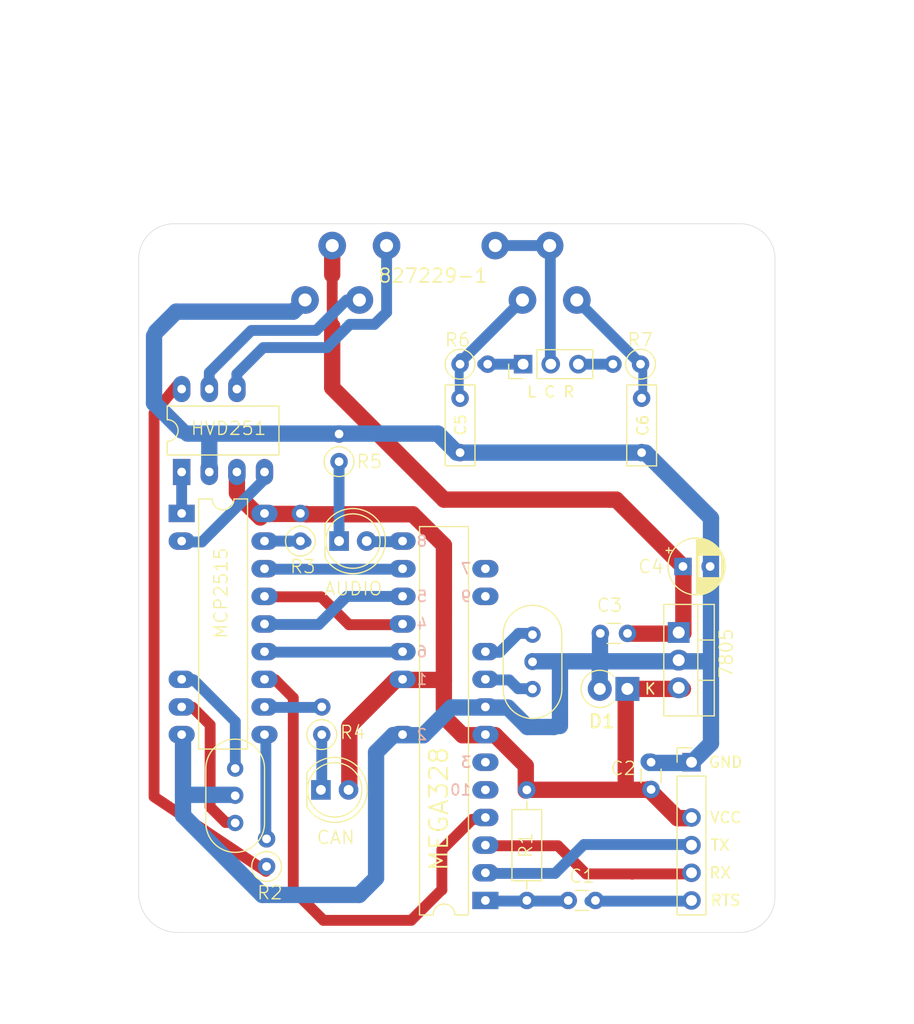
<source format=kicad_pcb>
(kicad_pcb (version 20171130) (host pcbnew "(5.1.4)-1")

  (general
    (thickness 1.6)
    (drawings 31)
    (tracks 186)
    (zones 0)
    (modules 29)
    (nets 31)
  )

  (page A4)
  (layers
    (0 Top signal)
    (31 Bottom signal)
    (32 B.Adhes user)
    (33 F.Adhes user)
    (34 B.Paste user)
    (35 F.Paste user)
    (36 B.SilkS user)
    (37 F.SilkS user)
    (38 B.Mask user)
    (39 F.Mask user)
    (40 Dwgs.User user)
    (41 Cmts.User user)
    (42 Eco1.User user)
    (43 Eco2.User user)
    (44 Edge.Cuts user)
    (45 Margin user)
    (46 B.CrtYd user)
    (47 F.CrtYd user)
    (48 B.Fab user)
    (49 F.Fab user)
  )

  (setup
    (last_trace_width 0.25)
    (trace_clearance 0.1524)
    (zone_clearance 0.508)
    (zone_45_only no)
    (trace_min 0.2)
    (via_size 0.8)
    (via_drill 0.4)
    (via_min_size 0.4)
    (via_min_drill 0.3)
    (uvia_size 0.3)
    (uvia_drill 0.1)
    (uvias_allowed no)
    (uvia_min_size 0.2)
    (uvia_min_drill 0.1)
    (edge_width 0.05)
    (segment_width 0.2)
    (pcb_text_width 0.3)
    (pcb_text_size 1.5 1.5)
    (mod_edge_width 0.12)
    (mod_text_size 1 1)
    (mod_text_width 0.15)
    (pad_size 1.7 1.7)
    (pad_drill 1)
    (pad_to_mask_clearance 0.051)
    (solder_mask_min_width 0.25)
    (aux_axis_origin 0 0)
    (visible_elements 7FFFFFFF)
    (pcbplotparams
      (layerselection 0x010fc_ffffffff)
      (usegerberextensions false)
      (usegerberattributes false)
      (usegerberadvancedattributes false)
      (creategerberjobfile false)
      (excludeedgelayer true)
      (linewidth 0.100000)
      (plotframeref false)
      (viasonmask false)
      (mode 1)
      (useauxorigin false)
      (hpglpennumber 1)
      (hpglpenspeed 20)
      (hpglpendiameter 15.000000)
      (psnegative false)
      (psa4output false)
      (plotreference true)
      (plotvalue true)
      (plotinvisibletext false)
      (padsonsilk false)
      (subtractmaskfromsilk false)
      (outputformat 1)
      (mirror false)
      (drillshape 1)
      (scaleselection 1)
      (outputdirectory ""))
  )

  (net 0 "")
  (net 1 GND)
  (net 2 +5V)
  (net 3 N$12)
  (net 4 MOSI)
  (net 5 CS)
  (net 6 SCK)
  (net 7 N$14)
  (net 8 RTS)
  (net 9 LOUT)
  (net 10 GBUF)
  (net 11 ROUT)
  (net 12 CANH)
  (net 13 CANL)
  (net 14 N$6)
  (net 15 N$7)
  (net 16 N$4)
  (net 17 N$5)
  (net 18 N$18)
  (net 19 N$31)
  (net 20 N$35)
  (net 21 TX)
  (net 22 RX)
  (net 23 N$1)
  (net 24 N$2)
  (net 25 MISO)
  (net 26 N$10)
  (net 27 +12)
  (net 28 N$13)
  (net 29 N$16)
  (net 30 N$15)

  (net_class Default "This is the default net class."
    (clearance 0.1524)
    (trace_width 0.25)
    (via_dia 0.8)
    (via_drill 0.4)
    (uvia_dia 0.3)
    (uvia_drill 0.1)
    (add_net +12)
    (add_net +5V)
    (add_net CANH)
    (add_net CANL)
    (add_net CS)
    (add_net GBUF)
    (add_net GND)
    (add_net LOUT)
    (add_net MISO)
    (add_net MOSI)
    (add_net N$1)
    (add_net N$10)
    (add_net N$12)
    (add_net N$13)
    (add_net N$14)
    (add_net N$15)
    (add_net N$16)
    (add_net N$18)
    (add_net N$2)
    (add_net N$31)
    (add_net N$35)
    (add_net N$4)
    (add_net N$5)
    (add_net N$6)
    (add_net N$7)
    (add_net ROUT)
    (add_net RTS)
    (add_net RX)
    (add_net SCK)
    (add_net TX)
  )

  (module LED_THT:LED_D5.0mm (layer Top) (tedit 5DDA27A0) (tstamp 5DDBF729)
    (at 137.668 101.6)
    (descr "LED, diameter 5.0mm, 2 pins, http://cdn-reichelt.de/documents/datenblatt/A500/LL-504BC2E-009.pdf")
    (tags "LED diameter 5.0mm 2 pins")
    (fp_text reference AUDIO (at 4.064 5.08) (layer F.SilkS)
      (effects (font (size 1.2065 1.2065) (thickness 0.12065)) (justify right bottom))
    )
    (fp_text value 5V (at 3.2004 1.8034) (layer F.Fab)
      (effects (font (size 1.2065 1.2065) (thickness 0.12065)) (justify right bottom))
    )
    (fp_line (start 4.5 -3.25) (end -1.95 -3.25) (layer F.CrtYd) (width 0.05))
    (fp_line (start 4.5 3.25) (end 4.5 -3.25) (layer F.CrtYd) (width 0.05))
    (fp_line (start -1.95 3.25) (end 4.5 3.25) (layer F.CrtYd) (width 0.05))
    (fp_line (start -1.95 -3.25) (end -1.95 3.25) (layer F.CrtYd) (width 0.05))
    (fp_line (start -1.29 -1.545) (end -1.29 1.545) (layer F.SilkS) (width 0.12))
    (fp_line (start -1.23 -1.469694) (end -1.23 1.469694) (layer F.Fab) (width 0.1))
    (fp_circle (center 1.27 0) (end 3.77 0) (layer F.SilkS) (width 0.12))
    (fp_circle (center 1.27 0) (end 3.77 0) (layer F.Fab) (width 0.1))
    (fp_arc (start 1.27 0) (end -1.29 1.54483) (angle -148.9) (layer F.SilkS) (width 0.12))
    (fp_arc (start 1.27 0) (end -1.29 -1.54483) (angle 148.9) (layer F.SilkS) (width 0.12))
    (fp_arc (start 1.27 0) (end -1.23 -1.469694) (angle 299.1) (layer F.Fab) (width 0.1))
    (pad 2 thru_hole circle (at 2.54 0) (size 1.8 1.8) (drill 0.9) (layers *.Cu *.Mask)
      (net 29 N$16))
    (pad 1 thru_hole rect (at 0 0) (size 1.8 1.8) (drill 0.9) (layers *.Cu *.Mask)
      (net 30 N$15))
    (model ${KISYS3DMOD}/LED_THT.3dshapes/LED_D5.0mm.wrl
      (at (xyz 0 0 0))
      (scale (xyz 1 1 1))
      (rotate (xyz 0 0 0))
    )
  )

  (module Resistor_THT:R_Axial_DIN0207_L6.3mm_D2.5mm_P2.54mm_Vertical (layer Top) (tedit 5DDBFB7C) (tstamp 5DDBF71B)
    (at 137.668 94.3 90)
    (descr "Resistor, Axial_DIN0207 series, Axial, Vertical, pin pitch=2.54mm, 0.25W = 1/4W, length*diameter=6.3*2.5mm^2, http://cdn-reichelt.de/documents/datenblatt/B400/1_4W%23YAG.pdf")
    (tags "Resistor Axial_DIN0207 series Axial Vertical pin pitch 2.54mm 0.25W = 1/4W length 6.3mm diameter 2.5mm")
    (fp_text reference R5 (at -0.696 1.524) (layer F.SilkS)
      (effects (font (size 1.2065 1.2065) (thickness 0.12065)) (justify left bottom))
    )
    (fp_text value 1K (at 3.876 -1.016) (layer F.Fab) hide
      (effects (font (size 1.2065 1.2065) (thickness 0.127)) (justify left bottom))
    )
    (fp_circle (center 0 0) (end 1.25 0) (layer F.Fab) (width 0.1))
    (fp_circle (center 0 0) (end 1.37 0) (layer F.SilkS) (width 0.12))
    (fp_line (start 0 0) (end 2.54 0) (layer F.Fab) (width 0.1))
    (fp_line (start 1.37 0) (end 1.44 0) (layer F.SilkS) (width 0.12))
    (fp_line (start -1.5 -1.5) (end -1.5 1.5) (layer F.CrtYd) (width 0.05))
    (fp_line (start -1.5 1.5) (end 3.59 1.5) (layer F.CrtYd) (width 0.05))
    (fp_line (start 3.59 1.5) (end 3.59 -1.5) (layer F.CrtYd) (width 0.05))
    (fp_line (start 3.59 -1.5) (end -1.5 -1.5) (layer F.CrtYd) (width 0.05))
    (pad 1 thru_hole circle (at 0 0 90) (size 1.6 1.6) (drill 0.8) (layers *.Cu *.Mask)
      (net 30 N$15))
    (pad 2 thru_hole oval (at 2.54 0 90) (size 1.6 1.6) (drill 0.8) (layers *.Cu *.Mask)
      (net 1 GND))
    (model ${KISYS3DMOD}/Resistor_THT.3dshapes/R_Axial_DIN0207_L6.3mm_D2.5mm_P2.54mm_Vertical.wrl
      (at (xyz 0 0 0))
      (scale (xyz 1 1 1))
      (rotate (xyz 0 0 0))
    )
  )

  (module Capacitor_THT:C_Disc_D3.0mm_W1.6mm_P2.50mm (layer Top) (tedit 5AE50EF0) (tstamp 5DD70101)
    (at 164.2 110.082173 180)
    (descr "C, Disc series, Radial, pin pitch=2.50mm, , diameter*width=3.0*1.6mm^2, Capacitor, http://www.vishay.com/docs/45233/krseries.pdf")
    (tags "C Disc series Radial pin pitch 2.50mm  diameter 3.0mm width 1.6mm Capacitor")
    (fp_text reference C3 (at 2.91 1.878173) (layer F.SilkS)
      (effects (font (size 1.2065 1.2065) (thickness 0.12065)) (justify left bottom))
    )
    (fp_text value 470nF (at 5.196 3.402173) (layer F.Fab)
      (effects (font (size 1.2065 1.2065) (thickness 0.12065)) (justify left bottom))
    )
    (fp_line (start 3.55 -1.05) (end -1.05 -1.05) (layer F.CrtYd) (width 0.05))
    (fp_line (start 3.55 1.05) (end 3.55 -1.05) (layer F.CrtYd) (width 0.05))
    (fp_line (start -1.05 1.05) (end 3.55 1.05) (layer F.CrtYd) (width 0.05))
    (fp_line (start -1.05 -1.05) (end -1.05 1.05) (layer F.CrtYd) (width 0.05))
    (fp_line (start 0.621 0.92) (end 1.879 0.92) (layer F.SilkS) (width 0.12))
    (fp_line (start 0.621 -0.92) (end 1.879 -0.92) (layer F.SilkS) (width 0.12))
    (fp_line (start 2.75 -0.8) (end -0.25 -0.8) (layer F.Fab) (width 0.1))
    (fp_line (start 2.75 0.8) (end 2.75 -0.8) (layer F.Fab) (width 0.1))
    (fp_line (start -0.25 0.8) (end 2.75 0.8) (layer F.Fab) (width 0.1))
    (fp_line (start -0.25 -0.8) (end -0.25 0.8) (layer F.Fab) (width 0.1))
    (pad 2 thru_hole circle (at 2.5 0 180) (size 1.6 1.6) (drill 0.8) (layers *.Cu *.Mask)
      (net 1 GND))
    (pad 1 thru_hole circle (at 0 0 180) (size 1.6 1.6) (drill 0.8) (layers *.Cu *.Mask)
      (net 27 +12))
    (model ${KISYS3DMOD}/Capacitor_THT.3dshapes/C_Disc_D3.0mm_W1.6mm_P2.50mm.wrl
      (at (xyz 0 0 0))
      (scale (xyz 1 1 1))
      (rotate (xyz 0 0 0))
    )
  )

  (module Capacitor_THT:C_Disc_D3.0mm_W1.6mm_P2.50mm (layer Top) (tedit 5AE50EF0) (tstamp 5DD70116)
    (at 166.37 124.42 90)
    (descr "C, Disc series, Radial, pin pitch=2.50mm, , diameter*width=3.0*1.6mm^2, Capacitor, http://www.vishay.com/docs/45233/krseries.pdf")
    (tags "C Disc series Radial pin pitch 2.50mm  diameter 3.0mm width 1.6mm Capacitor")
    (fp_text reference C2 (at 1.23 -3.81) (layer F.SilkS)
      (effects (font (size 1.2065 1.2065) (thickness 0.12065)) (justify left bottom))
    )
    (fp_text value 0.1uF (at -2.58 -4.826) (layer F.Fab)
      (effects (font (size 1.2065 1.2065) (thickness 0.12065)) (justify left bottom))
    )
    (fp_line (start 3.55 -1.05) (end -1.05 -1.05) (layer F.CrtYd) (width 0.05))
    (fp_line (start 3.55 1.05) (end 3.55 -1.05) (layer F.CrtYd) (width 0.05))
    (fp_line (start -1.05 1.05) (end 3.55 1.05) (layer F.CrtYd) (width 0.05))
    (fp_line (start -1.05 -1.05) (end -1.05 1.05) (layer F.CrtYd) (width 0.05))
    (fp_line (start 0.621 0.92) (end 1.879 0.92) (layer F.SilkS) (width 0.12))
    (fp_line (start 0.621 -0.92) (end 1.879 -0.92) (layer F.SilkS) (width 0.12))
    (fp_line (start 2.75 -0.8) (end -0.25 -0.8) (layer F.Fab) (width 0.1))
    (fp_line (start 2.75 0.8) (end 2.75 -0.8) (layer F.Fab) (width 0.1))
    (fp_line (start -0.25 0.8) (end 2.75 0.8) (layer F.Fab) (width 0.1))
    (fp_line (start -0.25 -0.8) (end -0.25 0.8) (layer F.Fab) (width 0.1))
    (pad 2 thru_hole circle (at 2.5 0 90) (size 1.6 1.6) (drill 0.8) (layers *.Cu *.Mask)
      (net 1 GND))
    (pad 1 thru_hole circle (at 0 0 90) (size 1.6 1.6) (drill 0.8) (layers *.Cu *.Mask)
      (net 2 +5V))
    (model ${KISYS3DMOD}/Capacitor_THT.3dshapes/C_Disc_D3.0mm_W1.6mm_P2.50mm.wrl
      (at (xyz 0 0 0))
      (scale (xyz 1 1 1))
      (rotate (xyz 0 0 0))
    )
  )

  (module Capacitor_THT:C_Disc_D3.0mm_W1.6mm_P2.50mm (layer Top) (tedit 5AE50EF0) (tstamp 5DD6FEF8)
    (at 158.75 134.62)
    (descr "C, Disc series, Radial, pin pitch=2.50mm, , diameter*width=3.0*1.6mm^2, Capacitor, http://www.vishay.com/docs/45233/krseries.pdf")
    (tags "C Disc series Radial pin pitch 2.50mm  diameter 3.0mm width 1.6mm Capacitor")
    (fp_text reference C1 (at 0 -1.524) (layer F.SilkS)
      (effects (font (size 1.2065 1.2065) (thickness 0.12065)) (justify left bottom))
    )
    (fp_text value 0.1uF (at -1.27 2.794) (layer F.Fab) hide
      (effects (font (size 1.2065 1.2065) (thickness 0.127)) (justify left bottom))
    )
    (fp_line (start 3.55 -1.05) (end -1.05 -1.05) (layer F.CrtYd) (width 0.05))
    (fp_line (start 3.55 1.05) (end 3.55 -1.05) (layer F.CrtYd) (width 0.05))
    (fp_line (start -1.05 1.05) (end 3.55 1.05) (layer F.CrtYd) (width 0.05))
    (fp_line (start -1.05 -1.05) (end -1.05 1.05) (layer F.CrtYd) (width 0.05))
    (fp_line (start 0.621 0.92) (end 1.879 0.92) (layer F.SilkS) (width 0.12))
    (fp_line (start 0.621 -0.92) (end 1.879 -0.92) (layer F.SilkS) (width 0.12))
    (fp_line (start 2.75 -0.8) (end -0.25 -0.8) (layer F.Fab) (width 0.1))
    (fp_line (start 2.75 0.8) (end 2.75 -0.8) (layer F.Fab) (width 0.1))
    (fp_line (start -0.25 0.8) (end 2.75 0.8) (layer F.Fab) (width 0.1))
    (fp_line (start -0.25 -0.8) (end -0.25 0.8) (layer F.Fab) (width 0.1))
    (pad 2 thru_hole circle (at 2.5 0) (size 1.6 1.6) (drill 0.8) (layers *.Cu *.Mask)
      (net 8 RTS))
    (pad 1 thru_hole circle (at 0 0) (size 1.6 1.6) (drill 0.8) (layers *.Cu *.Mask)
      (net 7 N$14))
    (model ${KISYS3DMOD}/Capacitor_THT.3dshapes/C_Disc_D3.0mm_W1.6mm_P2.50mm.wrl
      (at (xyz 0 0 0))
      (scale (xyz 1 1 1))
      (rotate (xyz 0 0 0))
    )
  )

  (module Capacitor_THT:CP_Radial_D5.0mm_P2.50mm (layer Top) (tedit 5DDA272A) (tstamp 5DD70030)
    (at 169.3 103.932173)
    (descr "CP, Radial series, Radial, pin pitch=2.50mm, , diameter=5mm, Electrolytic Capacitor")
    (tags "CP Radial series Radial pin pitch 2.50mm  diameter 5mm Electrolytic Capacitor")
    (fp_text reference C4 (at -4.2 0.715827) (layer F.SilkS)
      (effects (font (size 1.2065 1.2065) (thickness 0.12065)) (justify left bottom))
    )
    (fp_text value 1uF (at -5.216 -0.808173) (layer F.Fab)
      (effects (font (size 1.2065 1.2065) (thickness 0.12065)) (justify left bottom))
    )
    (fp_line (start -1.304775 -1.725) (end -1.304775 -1.225) (layer F.SilkS) (width 0.12))
    (fp_line (start -1.554775 -1.475) (end -1.054775 -1.475) (layer F.SilkS) (width 0.12))
    (fp_line (start 3.851 -0.284) (end 3.851 0.284) (layer F.SilkS) (width 0.12))
    (fp_line (start 3.811 -0.518) (end 3.811 0.518) (layer F.SilkS) (width 0.12))
    (fp_line (start 3.771 -0.677) (end 3.771 0.677) (layer F.SilkS) (width 0.12))
    (fp_line (start 3.731 -0.805) (end 3.731 0.805) (layer F.SilkS) (width 0.12))
    (fp_line (start 3.691 -0.915) (end 3.691 0.915) (layer F.SilkS) (width 0.12))
    (fp_line (start 3.651 -1.011) (end 3.651 1.011) (layer F.SilkS) (width 0.12))
    (fp_line (start 3.611 -1.098) (end 3.611 1.098) (layer F.SilkS) (width 0.12))
    (fp_line (start 3.571 -1.178) (end 3.571 1.178) (layer F.SilkS) (width 0.12))
    (fp_line (start 3.531 1.04) (end 3.531 1.251) (layer F.SilkS) (width 0.12))
    (fp_line (start 3.531 -1.251) (end 3.531 -1.04) (layer F.SilkS) (width 0.12))
    (fp_line (start 3.491 1.04) (end 3.491 1.319) (layer F.SilkS) (width 0.12))
    (fp_line (start 3.491 -1.319) (end 3.491 -1.04) (layer F.SilkS) (width 0.12))
    (fp_line (start 3.451 1.04) (end 3.451 1.383) (layer F.SilkS) (width 0.12))
    (fp_line (start 3.451 -1.383) (end 3.451 -1.04) (layer F.SilkS) (width 0.12))
    (fp_line (start 3.411 1.04) (end 3.411 1.443) (layer F.SilkS) (width 0.12))
    (fp_line (start 3.411 -1.443) (end 3.411 -1.04) (layer F.SilkS) (width 0.12))
    (fp_line (start 3.371 1.04) (end 3.371 1.5) (layer F.SilkS) (width 0.12))
    (fp_line (start 3.371 -1.5) (end 3.371 -1.04) (layer F.SilkS) (width 0.12))
    (fp_line (start 3.331 1.04) (end 3.331 1.554) (layer F.SilkS) (width 0.12))
    (fp_line (start 3.331 -1.554) (end 3.331 -1.04) (layer F.SilkS) (width 0.12))
    (fp_line (start 3.291 1.04) (end 3.291 1.605) (layer F.SilkS) (width 0.12))
    (fp_line (start 3.291 -1.605) (end 3.291 -1.04) (layer F.SilkS) (width 0.12))
    (fp_line (start 3.251 1.04) (end 3.251 1.653) (layer F.SilkS) (width 0.12))
    (fp_line (start 3.251 -1.653) (end 3.251 -1.04) (layer F.SilkS) (width 0.12))
    (fp_line (start 3.211 1.04) (end 3.211 1.699) (layer F.SilkS) (width 0.12))
    (fp_line (start 3.211 -1.699) (end 3.211 -1.04) (layer F.SilkS) (width 0.12))
    (fp_line (start 3.171 1.04) (end 3.171 1.743) (layer F.SilkS) (width 0.12))
    (fp_line (start 3.171 -1.743) (end 3.171 -1.04) (layer F.SilkS) (width 0.12))
    (fp_line (start 3.131 1.04) (end 3.131 1.785) (layer F.SilkS) (width 0.12))
    (fp_line (start 3.131 -1.785) (end 3.131 -1.04) (layer F.SilkS) (width 0.12))
    (fp_line (start 3.091 1.04) (end 3.091 1.826) (layer F.SilkS) (width 0.12))
    (fp_line (start 3.091 -1.826) (end 3.091 -1.04) (layer F.SilkS) (width 0.12))
    (fp_line (start 3.051 1.04) (end 3.051 1.864) (layer F.SilkS) (width 0.12))
    (fp_line (start 3.051 -1.864) (end 3.051 -1.04) (layer F.SilkS) (width 0.12))
    (fp_line (start 3.011 1.04) (end 3.011 1.901) (layer F.SilkS) (width 0.12))
    (fp_line (start 3.011 -1.901) (end 3.011 -1.04) (layer F.SilkS) (width 0.12))
    (fp_line (start 2.971 1.04) (end 2.971 1.937) (layer F.SilkS) (width 0.12))
    (fp_line (start 2.971 -1.937) (end 2.971 -1.04) (layer F.SilkS) (width 0.12))
    (fp_line (start 2.931 1.04) (end 2.931 1.971) (layer F.SilkS) (width 0.12))
    (fp_line (start 2.931 -1.971) (end 2.931 -1.04) (layer F.SilkS) (width 0.12))
    (fp_line (start 2.891 1.04) (end 2.891 2.004) (layer F.SilkS) (width 0.12))
    (fp_line (start 2.891 -2.004) (end 2.891 -1.04) (layer F.SilkS) (width 0.12))
    (fp_line (start 2.851 1.04) (end 2.851 2.035) (layer F.SilkS) (width 0.12))
    (fp_line (start 2.851 -2.035) (end 2.851 -1.04) (layer F.SilkS) (width 0.12))
    (fp_line (start 2.811 1.04) (end 2.811 2.065) (layer F.SilkS) (width 0.12))
    (fp_line (start 2.811 -2.065) (end 2.811 -1.04) (layer F.SilkS) (width 0.12))
    (fp_line (start 2.771 1.04) (end 2.771 2.095) (layer F.SilkS) (width 0.12))
    (fp_line (start 2.771 -2.095) (end 2.771 -1.04) (layer F.SilkS) (width 0.12))
    (fp_line (start 2.731 1.04) (end 2.731 2.122) (layer F.SilkS) (width 0.12))
    (fp_line (start 2.731 -2.122) (end 2.731 -1.04) (layer F.SilkS) (width 0.12))
    (fp_line (start 2.691 1.04) (end 2.691 2.149) (layer F.SilkS) (width 0.12))
    (fp_line (start 2.691 -2.149) (end 2.691 -1.04) (layer F.SilkS) (width 0.12))
    (fp_line (start 2.651 1.04) (end 2.651 2.175) (layer F.SilkS) (width 0.12))
    (fp_line (start 2.651 -2.175) (end 2.651 -1.04) (layer F.SilkS) (width 0.12))
    (fp_line (start 2.611 1.04) (end 2.611 2.2) (layer F.SilkS) (width 0.12))
    (fp_line (start 2.611 -2.2) (end 2.611 -1.04) (layer F.SilkS) (width 0.12))
    (fp_line (start 2.571 1.04) (end 2.571 2.224) (layer F.SilkS) (width 0.12))
    (fp_line (start 2.571 -2.224) (end 2.571 -1.04) (layer F.SilkS) (width 0.12))
    (fp_line (start 2.531 1.04) (end 2.531 2.247) (layer F.SilkS) (width 0.12))
    (fp_line (start 2.531 -2.247) (end 2.531 -1.04) (layer F.SilkS) (width 0.12))
    (fp_line (start 2.491 1.04) (end 2.491 2.268) (layer F.SilkS) (width 0.12))
    (fp_line (start 2.491 -2.268) (end 2.491 -1.04) (layer F.SilkS) (width 0.12))
    (fp_line (start 2.451 1.04) (end 2.451 2.29) (layer F.SilkS) (width 0.12))
    (fp_line (start 2.451 -2.29) (end 2.451 -1.04) (layer F.SilkS) (width 0.12))
    (fp_line (start 2.411 1.04) (end 2.411 2.31) (layer F.SilkS) (width 0.12))
    (fp_line (start 2.411 -2.31) (end 2.411 -1.04) (layer F.SilkS) (width 0.12))
    (fp_line (start 2.371 1.04) (end 2.371 2.329) (layer F.SilkS) (width 0.12))
    (fp_line (start 2.371 -2.329) (end 2.371 -1.04) (layer F.SilkS) (width 0.12))
    (fp_line (start 2.331 1.04) (end 2.331 2.348) (layer F.SilkS) (width 0.12))
    (fp_line (start 2.331 -2.348) (end 2.331 -1.04) (layer F.SilkS) (width 0.12))
    (fp_line (start 2.291 1.04) (end 2.291 2.365) (layer F.SilkS) (width 0.12))
    (fp_line (start 2.291 -2.365) (end 2.291 -1.04) (layer F.SilkS) (width 0.12))
    (fp_line (start 2.251 1.04) (end 2.251 2.382) (layer F.SilkS) (width 0.12))
    (fp_line (start 2.251 -2.382) (end 2.251 -1.04) (layer F.SilkS) (width 0.12))
    (fp_line (start 2.211 1.04) (end 2.211 2.398) (layer F.SilkS) (width 0.12))
    (fp_line (start 2.211 -2.398) (end 2.211 -1.04) (layer F.SilkS) (width 0.12))
    (fp_line (start 2.171 1.04) (end 2.171 2.414) (layer F.SilkS) (width 0.12))
    (fp_line (start 2.171 -2.414) (end 2.171 -1.04) (layer F.SilkS) (width 0.12))
    (fp_line (start 2.131 1.04) (end 2.131 2.428) (layer F.SilkS) (width 0.12))
    (fp_line (start 2.131 -2.428) (end 2.131 -1.04) (layer F.SilkS) (width 0.12))
    (fp_line (start 2.091 1.04) (end 2.091 2.442) (layer F.SilkS) (width 0.12))
    (fp_line (start 2.091 -2.442) (end 2.091 -1.04) (layer F.SilkS) (width 0.12))
    (fp_line (start 2.051 1.04) (end 2.051 2.455) (layer F.SilkS) (width 0.12))
    (fp_line (start 2.051 -2.455) (end 2.051 -1.04) (layer F.SilkS) (width 0.12))
    (fp_line (start 2.011 1.04) (end 2.011 2.468) (layer F.SilkS) (width 0.12))
    (fp_line (start 2.011 -2.468) (end 2.011 -1.04) (layer F.SilkS) (width 0.12))
    (fp_line (start 1.971 1.04) (end 1.971 2.48) (layer F.SilkS) (width 0.12))
    (fp_line (start 1.971 -2.48) (end 1.971 -1.04) (layer F.SilkS) (width 0.12))
    (fp_line (start 1.93 1.04) (end 1.93 2.491) (layer F.SilkS) (width 0.12))
    (fp_line (start 1.93 -2.491) (end 1.93 -1.04) (layer F.SilkS) (width 0.12))
    (fp_line (start 1.89 1.04) (end 1.89 2.501) (layer F.SilkS) (width 0.12))
    (fp_line (start 1.89 -2.501) (end 1.89 -1.04) (layer F.SilkS) (width 0.12))
    (fp_line (start 1.85 1.04) (end 1.85 2.511) (layer F.SilkS) (width 0.12))
    (fp_line (start 1.85 -2.511) (end 1.85 -1.04) (layer F.SilkS) (width 0.12))
    (fp_line (start 1.81 1.04) (end 1.81 2.52) (layer F.SilkS) (width 0.12))
    (fp_line (start 1.81 -2.52) (end 1.81 -1.04) (layer F.SilkS) (width 0.12))
    (fp_line (start 1.77 1.04) (end 1.77 2.528) (layer F.SilkS) (width 0.12))
    (fp_line (start 1.77 -2.528) (end 1.77 -1.04) (layer F.SilkS) (width 0.12))
    (fp_line (start 1.73 1.04) (end 1.73 2.536) (layer F.SilkS) (width 0.12))
    (fp_line (start 1.73 -2.536) (end 1.73 -1.04) (layer F.SilkS) (width 0.12))
    (fp_line (start 1.69 1.04) (end 1.69 2.543) (layer F.SilkS) (width 0.12))
    (fp_line (start 1.69 -2.543) (end 1.69 -1.04) (layer F.SilkS) (width 0.12))
    (fp_line (start 1.65 1.04) (end 1.65 2.55) (layer F.SilkS) (width 0.12))
    (fp_line (start 1.65 -2.55) (end 1.65 -1.04) (layer F.SilkS) (width 0.12))
    (fp_line (start 1.61 1.04) (end 1.61 2.556) (layer F.SilkS) (width 0.12))
    (fp_line (start 1.61 -2.556) (end 1.61 -1.04) (layer F.SilkS) (width 0.12))
    (fp_line (start 1.57 1.04) (end 1.57 2.561) (layer F.SilkS) (width 0.12))
    (fp_line (start 1.57 -2.561) (end 1.57 -1.04) (layer F.SilkS) (width 0.12))
    (fp_line (start 1.53 1.04) (end 1.53 2.565) (layer F.SilkS) (width 0.12))
    (fp_line (start 1.53 -2.565) (end 1.53 -1.04) (layer F.SilkS) (width 0.12))
    (fp_line (start 1.49 1.04) (end 1.49 2.569) (layer F.SilkS) (width 0.12))
    (fp_line (start 1.49 -2.569) (end 1.49 -1.04) (layer F.SilkS) (width 0.12))
    (fp_line (start 1.45 -2.573) (end 1.45 2.573) (layer F.SilkS) (width 0.12))
    (fp_line (start 1.41 -2.576) (end 1.41 2.576) (layer F.SilkS) (width 0.12))
    (fp_line (start 1.37 -2.578) (end 1.37 2.578) (layer F.SilkS) (width 0.12))
    (fp_line (start 1.33 -2.579) (end 1.33 2.579) (layer F.SilkS) (width 0.12))
    (fp_line (start 1.29 -2.58) (end 1.29 2.58) (layer F.SilkS) (width 0.12))
    (fp_line (start 1.25 -2.58) (end 1.25 2.58) (layer F.SilkS) (width 0.12))
    (fp_line (start -0.633605 -1.3375) (end -0.633605 -0.8375) (layer F.Fab) (width 0.1))
    (fp_line (start -0.883605 -1.0875) (end -0.383605 -1.0875) (layer F.Fab) (width 0.1))
    (fp_circle (center 1.25 0) (end 4 0) (layer F.CrtYd) (width 0.05))
    (fp_circle (center 1.25 0) (end 3.87 0) (layer F.SilkS) (width 0.12))
    (fp_circle (center 1.25 0) (end 3.75 0) (layer F.Fab) (width 0.1))
    (pad 2 thru_hole circle (at 2.5 0) (size 1.6 1.6) (drill 0.8) (layers *.Cu *.Mask)
      (net 1 GND))
    (pad 1 thru_hole rect (at 0 0) (size 1.6 1.6) (drill 0.8) (layers *.Cu *.Mask)
      (net 27 +12))
    (model ${KISYS3DMOD}/Capacitor_THT.3dshapes/CP_Radial_D5.0mm_P2.50mm.wrl
      (at (xyz 0 0 0))
      (scale (xyz 1 1 1))
      (rotate (xyz 0 0 0))
    )
  )

  (module Diode_THT:D_DO-41_SOD81_P2.54mm_Vertical_KathodeUp (layer Top) (tedit 5DDA26F2) (tstamp 5DD7012B)
    (at 164.188512 115.182173 180)
    (descr "Diode, DO-41_SOD81 series, Axial, Vertical, pin pitch=2.54mm, , length*diameter=5.2*2.7mm^2, , http://www.diodes.com/_files/packages/DO-41%20(Plastic).pdf")
    (tags "Diode DO-41_SOD81 series Axial Vertical pin pitch 2.54mm  length 5.2mm diameter 2.7mm")
    (fp_text reference D1 (at 3.660512 -3.689827) (layer F.SilkS)
      (effects (font (size 1.2065 1.2065) (thickness 0.19304)) (justify left bottom))
    )
    (fp_text value 1N4007-01 (at -3.959488 -4.197827 180) (layer F.Fab) hide
      (effects (font (size 1.2065 1.2065) (thickness 0.2032)) (justify right top))
    )
    (fp_arc (start 2.54 0) (end 1.228847 -1.1) (angle 276.998058) (layer F.SilkS) (width 0.12))
    (fp_circle (center 2.54 0) (end 3.89 0) (layer F.Fab) (width 0.1))
    (fp_line (start 0 0) (end 2.54 0) (layer F.Fab) (width 0.1))
    (fp_line (start -1.35 -1.6) (end -1.35 1.6) (layer F.CrtYd) (width 0.05))
    (fp_line (start -1.35 1.6) (end 4.15 1.6) (layer F.CrtYd) (width 0.05))
    (fp_line (start 4.15 1.6) (end 4.15 -1.6) (layer F.CrtYd) (width 0.05))
    (fp_line (start 4.15 -1.6) (end -1.35 -1.6) (layer F.CrtYd) (width 0.05))
    (fp_text user K (at -2.1 0) (layer F.SilkS)
      (effects (font (size 1 1) (thickness 0.15)))
    )
    (pad 1 thru_hole rect (at 0 0 180) (size 2.2 2.2) (drill 1.1) (layers *.Cu *.Mask)
      (net 2 +5V))
    (pad 2 thru_hole oval (at 2.54 0 180) (size 2.2 2.2) (drill 1.1) (layers *.Cu *.Mask)
      (net 1 GND))
    (model ${KISYS3DMOD}/Diode_THT.3dshapes/D_DO-41_SOD81_P2.54mm_Vertical_KathodeUp.wrl
      (at (xyz 0 0 0))
      (scale (xyz 1 1 1))
      (rotate (xyz 0 0 0))
    )
  )

  (module Resistor_THT:R_Axial_DIN0207_L6.3mm_D2.5mm_P10.16mm_Horizontal (layer Top) (tedit 5AE5139B) (tstamp 5DD6FF0D)
    (at 154.94 124.46 270)
    (descr "Resistor, Axial_DIN0207 series, Axial, Horizontal, pin pitch=10.16mm, 0.25W = 1/4W, length*diameter=6.3*2.5mm^2, http://cdn-reichelt.de/documents/datenblatt/B400/1_4W%23YAG.pdf")
    (tags "Resistor Axial_DIN0207 series Axial Horizontal pin pitch 10.16mm 0.25W = 1/4W length 6.3mm diameter 2.5mm")
    (fp_text reference R1 (at 6.35 -0.604488 90) (layer F.SilkS)
      (effects (font (size 1.2065 1.2065) (thickness 0.12065)) (justify left bottom))
    )
    (fp_text value 10K (at 2.54 -2.54 270) (layer F.Fab) hide
      (effects (font (size 1.2065 1.2065) (thickness 0.127)) (justify right top))
    )
    (fp_line (start 1.93 -1.25) (end 1.93 1.25) (layer F.Fab) (width 0.1))
    (fp_line (start 1.93 1.25) (end 8.23 1.25) (layer F.Fab) (width 0.1))
    (fp_line (start 8.23 1.25) (end 8.23 -1.25) (layer F.Fab) (width 0.1))
    (fp_line (start 8.23 -1.25) (end 1.93 -1.25) (layer F.Fab) (width 0.1))
    (fp_line (start 0 0) (end 1.93 0) (layer F.Fab) (width 0.1))
    (fp_line (start 10.16 0) (end 8.23 0) (layer F.Fab) (width 0.1))
    (fp_line (start 1.81 -1.37) (end 1.81 1.37) (layer F.SilkS) (width 0.12))
    (fp_line (start 1.81 1.37) (end 8.35 1.37) (layer F.SilkS) (width 0.12))
    (fp_line (start 8.35 1.37) (end 8.35 -1.37) (layer F.SilkS) (width 0.12))
    (fp_line (start 8.35 -1.37) (end 1.81 -1.37) (layer F.SilkS) (width 0.12))
    (fp_line (start 1.04 0) (end 1.81 0) (layer F.SilkS) (width 0.12))
    (fp_line (start 9.12 0) (end 8.35 0) (layer F.SilkS) (width 0.12))
    (fp_line (start -1.05 -1.5) (end -1.05 1.5) (layer F.CrtYd) (width 0.05))
    (fp_line (start -1.05 1.5) (end 11.21 1.5) (layer F.CrtYd) (width 0.05))
    (fp_line (start 11.21 1.5) (end 11.21 -1.5) (layer F.CrtYd) (width 0.05))
    (fp_line (start 11.21 -1.5) (end -1.05 -1.5) (layer F.CrtYd) (width 0.05))
    (pad 1 thru_hole circle (at 0 0 270) (size 1.6 1.6) (drill 0.8) (layers *.Cu *.Mask)
      (net 2 +5V))
    (pad 2 thru_hole oval (at 10.16 0 270) (size 1.6 1.6) (drill 0.8) (layers *.Cu *.Mask)
      (net 7 N$14))
    (model ${KISYS3DMOD}/Resistor_THT.3dshapes/R_Axial_DIN0207_L6.3mm_D2.5mm_P10.16mm_Horizontal.wrl
      (at (xyz 0 0 0))
      (scale (xyz 1 1 1))
      (rotate (xyz 0 0 0))
    )
  )

  (module Resistor_THT:R_Axial_DIN0207_L6.3mm_D2.5mm_P2.54mm_Vertical (layer Top) (tedit 5AE5139B) (tstamp 5DD70083)
    (at 136.078112 119.38 90)
    (descr "Resistor, Axial_DIN0207 series, Axial, Vertical, pin pitch=2.54mm, 0.25W = 1/4W, length*diameter=6.3*2.5mm^2, http://cdn-reichelt.de/documents/datenblatt/B400/1_4W%23YAG.pdf")
    (tags "Resistor Axial_DIN0207 series Axial Vertical pin pitch 2.54mm 0.25W = 1/4W length 6.3mm diameter 2.5mm")
    (fp_text reference R4 (at -0.508 1.589888) (layer F.SilkS)
      (effects (font (size 1.2065 1.2065) (thickness 0.12065)) (justify left bottom))
    )
    (fp_text value 1K (at 4.064 -0.950112) (layer F.Fab) hide
      (effects (font (size 1.2065 1.2065) (thickness 0.127)) (justify left bottom))
    )
    (fp_line (start 3.59 -1.5) (end -1.5 -1.5) (layer F.CrtYd) (width 0.05))
    (fp_line (start 3.59 1.5) (end 3.59 -1.5) (layer F.CrtYd) (width 0.05))
    (fp_line (start -1.5 1.5) (end 3.59 1.5) (layer F.CrtYd) (width 0.05))
    (fp_line (start -1.5 -1.5) (end -1.5 1.5) (layer F.CrtYd) (width 0.05))
    (fp_line (start 1.37 0) (end 1.44 0) (layer F.SilkS) (width 0.12))
    (fp_line (start 0 0) (end 2.54 0) (layer F.Fab) (width 0.1))
    (fp_circle (center 0 0) (end 1.37 0) (layer F.SilkS) (width 0.12))
    (fp_circle (center 0 0) (end 1.25 0) (layer F.Fab) (width 0.1))
    (pad 2 thru_hole oval (at 2.54 0 90) (size 1.6 1.6) (drill 0.8) (layers *.Cu *.Mask)
      (net 18 N$18))
    (pad 1 thru_hole circle (at 0 0 90) (size 1.6 1.6) (drill 0.8) (layers *.Cu *.Mask)
      (net 28 N$13))
    (model ${KISYS3DMOD}/Resistor_THT.3dshapes/R_Axial_DIN0207_L6.3mm_D2.5mm_P2.54mm_Vertical.wrl
      (at (xyz 0 0 0))
      (scale (xyz 1 1 1))
      (rotate (xyz 0 0 0))
    )
  )

  (module Resistor_THT:R_Axial_DIN0207_L6.3mm_D2.5mm_P2.54mm_Vertical (layer Top) (tedit 5AE5139B) (tstamp 5DD700C8)
    (at 134.112 101.6 90)
    (descr "Resistor, Axial_DIN0207 series, Axial, Vertical, pin pitch=2.54mm, 0.25W = 1/4W, length*diameter=6.3*2.5mm^2, http://cdn-reichelt.de/documents/datenblatt/B400/1_4W%23YAG.pdf")
    (tags "Resistor Axial_DIN0207 series Axial Vertical pin pitch 2.54mm 0.25W = 1/4W length 6.3mm diameter 2.5mm")
    (fp_text reference R3 (at -3.048 -1.034712) (layer F.SilkS)
      (effects (font (size 1.2065 1.2065) (thickness 0.12065)) (justify left bottom))
    )
    (fp_text value 10K (at 3.556 -1.524) (layer F.Fab) hide
      (effects (font (size 1.2065 1.2065) (thickness 0.127)) (justify left bottom))
    )
    (fp_line (start 3.59 -1.5) (end -1.5 -1.5) (layer F.CrtYd) (width 0.05))
    (fp_line (start 3.59 1.5) (end 3.59 -1.5) (layer F.CrtYd) (width 0.05))
    (fp_line (start -1.5 1.5) (end 3.59 1.5) (layer F.CrtYd) (width 0.05))
    (fp_line (start -1.5 -1.5) (end -1.5 1.5) (layer F.CrtYd) (width 0.05))
    (fp_line (start 1.37 0) (end 1.44 0) (layer F.SilkS) (width 0.12))
    (fp_line (start 0 0) (end 2.54 0) (layer F.Fab) (width 0.1))
    (fp_circle (center 0 0) (end 1.37 0) (layer F.SilkS) (width 0.12))
    (fp_circle (center 0 0) (end 1.25 0) (layer F.Fab) (width 0.1))
    (pad 2 thru_hole oval (at 2.54 0 90) (size 1.6 1.6) (drill 0.8) (layers *.Cu *.Mask)
      (net 2 +5V))
    (pad 1 thru_hole circle (at 0 0 90) (size 1.6 1.6) (drill 0.8) (layers *.Cu *.Mask)
      (net 20 N$35))
    (model ${KISYS3DMOD}/Resistor_THT.3dshapes/R_Axial_DIN0207_L6.3mm_D2.5mm_P2.54mm_Vertical.wrl
      (at (xyz 0 0 0))
      (scale (xyz 1 1 1))
      (rotate (xyz 0 0 0))
    )
  )

  (module Resistor_THT:R_Axial_DIN0207_L6.3mm_D2.5mm_P2.54mm_Vertical (layer Top) (tedit 5AE5139B) (tstamp 5DD7008D)
    (at 131 131.5 90)
    (descr "Resistor, Axial_DIN0207 series, Axial, Vertical, pin pitch=2.54mm, 0.25W = 1/4W, length*diameter=6.3*2.5mm^2, http://cdn-reichelt.de/documents/datenblatt/B400/1_4W%23YAG.pdf")
    (tags "Resistor Axial_DIN0207 series Axial Vertical pin pitch 2.54mm 0.25W = 1/4W length 6.3mm diameter 2.5mm")
    (fp_text reference R2 (at -3.12 -0.952) (layer F.SilkS)
      (effects (font (size 1.2065 1.2065) (thickness 0.12065)) (justify left bottom))
    )
    (fp_text value 10K (at -4.644 -1.46) (layer F.Fab) hide
      (effects (font (size 1.2065 1.2065) (thickness 0.127)) (justify left bottom))
    )
    (fp_line (start 3.59 -1.5) (end -1.5 -1.5) (layer F.CrtYd) (width 0.05))
    (fp_line (start 3.59 1.5) (end 3.59 -1.5) (layer F.CrtYd) (width 0.05))
    (fp_line (start -1.5 1.5) (end 3.59 1.5) (layer F.CrtYd) (width 0.05))
    (fp_line (start -1.5 -1.5) (end -1.5 1.5) (layer F.CrtYd) (width 0.05))
    (fp_line (start 1.37 0) (end 1.44 0) (layer F.SilkS) (width 0.12))
    (fp_line (start 0 0) (end 2.54 0) (layer F.Fab) (width 0.1))
    (fp_circle (center 0 0) (end 1.37 0) (layer F.SilkS) (width 0.12))
    (fp_circle (center 0 0) (end 1.25 0) (layer F.Fab) (width 0.1))
    (pad 2 thru_hole oval (at 2.54 0 90) (size 1.6 1.6) (drill 0.8) (layers *.Cu *.Mask)
      (net 19 N$31))
    (pad 1 thru_hole circle (at 0 0 90) (size 1.6 1.6) (drill 0.8) (layers *.Cu *.Mask)
      (net 26 N$10))
    (model ${KISYS3DMOD}/Resistor_THT.3dshapes/R_Axial_DIN0207_L6.3mm_D2.5mm_P2.54mm_Vertical.wrl
      (at (xyz 0 0 0))
      (scale (xyz 1 1 1))
      (rotate (xyz 0 0 0))
    )
  )

  (module Resistor_THT:R_Axial_DIN0207_L6.3mm_D2.5mm_P2.54mm_Vertical (layer Top) (tedit 5AE5139B) (tstamp 5DD84057)
    (at 148.8 85.344)
    (descr "Resistor, Axial_DIN0207 series, Axial, Vertical, pin pitch=2.54mm, 0.25W = 1/4W, length*diameter=6.3*2.5mm^2, http://cdn-reichelt.de/documents/datenblatt/B400/1_4W%23YAG.pdf")
    (tags "Resistor Axial_DIN0207 series Axial Vertical pin pitch 2.54mm 0.25W = 1/4W length 6.3mm diameter 2.5mm")
    (fp_text reference R6 (at -1.48 -1.524) (layer F.SilkS)
      (effects (font (size 1.2065 1.2065) (thickness 0.12065)) (justify left bottom))
    )
    (fp_text value 1K (at -4.02 0) (layer F.Fab) hide
      (effects (font (size 1.2065 1.2065) (thickness 0.127)) (justify left bottom))
    )
    (fp_line (start 3.59 -1.5) (end -1.5 -1.5) (layer F.CrtYd) (width 0.05))
    (fp_line (start 3.59 1.5) (end 3.59 -1.5) (layer F.CrtYd) (width 0.05))
    (fp_line (start -1.5 1.5) (end 3.59 1.5) (layer F.CrtYd) (width 0.05))
    (fp_line (start -1.5 -1.5) (end -1.5 1.5) (layer F.CrtYd) (width 0.05))
    (fp_line (start 1.37 0) (end 1.44 0) (layer F.SilkS) (width 0.12))
    (fp_line (start 0 0) (end 2.54 0) (layer F.Fab) (width 0.1))
    (fp_circle (center 0 0) (end 1.37 0) (layer F.SilkS) (width 0.12))
    (fp_circle (center 0 0) (end 1.25 0) (layer F.Fab) (width 0.1))
    (pad 2 thru_hole oval (at 2.54 0) (size 1.6 1.6) (drill 0.8) (layers *.Cu *.Mask))
    (pad 1 thru_hole circle (at 0 0) (size 1.6 1.6) (drill 0.8) (layers *.Cu *.Mask)
      (net 9 LOUT))
    (model ${KISYS3DMOD}/Resistor_THT.3dshapes/R_Axial_DIN0207_L6.3mm_D2.5mm_P2.54mm_Vertical.wrl
      (at (xyz 0 0 0))
      (scale (xyz 1 1 1))
      (rotate (xyz 0 0 0))
    )
  )

  (module Resistor_THT:R_Axial_DIN0207_L6.3mm_D2.5mm_P2.54mm_Vertical (layer Top) (tedit 5AE5139B) (tstamp 5DD84057)
    (at 165.4 85.344 180)
    (descr "Resistor, Axial_DIN0207 series, Axial, Vertical, pin pitch=2.54mm, 0.25W = 1/4W, length*diameter=6.3*2.5mm^2, http://cdn-reichelt.de/documents/datenblatt/B400/1_4W%23YAG.pdf")
    (tags "Resistor Axial_DIN0207 series Axial Vertical pin pitch 2.54mm 0.25W = 1/4W length 6.3mm diameter 2.5mm")
    (fp_text reference R7 (at -1.224 1.524) (layer F.SilkS)
      (effects (font (size 1.2065 1.2065) (thickness 0.12065)) (justify right bottom))
    )
    (fp_text value 1K (at -4.272 -0.508) (layer F.Fab) hide
      (effects (font (size 1.2065 1.2065) (thickness 0.127)) (justify right bottom))
    )
    (fp_line (start 3.59 -1.5) (end -1.5 -1.5) (layer F.CrtYd) (width 0.05))
    (fp_line (start 3.59 1.5) (end 3.59 -1.5) (layer F.CrtYd) (width 0.05))
    (fp_line (start -1.5 1.5) (end 3.59 1.5) (layer F.CrtYd) (width 0.05))
    (fp_line (start -1.5 -1.5) (end -1.5 1.5) (layer F.CrtYd) (width 0.05))
    (fp_line (start 1.37 0) (end 1.44 0) (layer F.SilkS) (width 0.12))
    (fp_line (start 0 0) (end 2.54 0) (layer F.Fab) (width 0.1))
    (fp_circle (center 0 0) (end 1.37 0) (layer F.SilkS) (width 0.12))
    (fp_circle (center 0 0) (end 1.25 0) (layer F.Fab) (width 0.1))
    (pad 2 thru_hole oval (at 2.54 0 180) (size 1.6 1.6) (drill 0.8) (layers *.Cu *.Mask))
    (pad 1 thru_hole circle (at 0 0 180) (size 1.6 1.6) (drill 0.8) (layers *.Cu *.Mask)
      (net 11 ROUT))
    (model ${KISYS3DMOD}/Resistor_THT.3dshapes/R_Axial_DIN0207_L6.3mm_D2.5mm_P2.54mm_Vertical.wrl
      (at (xyz 0 0 0))
      (scale (xyz 1 1 1))
      (rotate (xyz 0 0 0))
    )
  )

  (module LED_THT:LED_D5.0mm (layer Top) (tedit 5DDA27A0) (tstamp 5DD70067)
    (at 136 124.46)
    (descr "LED, diameter 5.0mm, 2 pins, http://cdn-reichelt.de/documents/datenblatt/A500/LL-504BC2E-009.pdf")
    (tags "LED diameter 5.0mm 2 pins")
    (fp_text reference CAN (at 3.192 5.08) (layer F.SilkS)
      (effects (font (size 1.2065 1.2065) (thickness 0.12065)) (justify right bottom))
    )
    (fp_text value 5V (at 3.2004 1.8034) (layer F.Fab)
      (effects (font (size 1.2065 1.2065) (thickness 0.12065)) (justify right bottom))
    )
    (fp_line (start 4.5 -3.25) (end -1.95 -3.25) (layer F.CrtYd) (width 0.05))
    (fp_line (start 4.5 3.25) (end 4.5 -3.25) (layer F.CrtYd) (width 0.05))
    (fp_line (start -1.95 3.25) (end 4.5 3.25) (layer F.CrtYd) (width 0.05))
    (fp_line (start -1.95 -3.25) (end -1.95 3.25) (layer F.CrtYd) (width 0.05))
    (fp_line (start -1.29 -1.545) (end -1.29 1.545) (layer F.SilkS) (width 0.12))
    (fp_line (start -1.23 -1.469694) (end -1.23 1.469694) (layer F.Fab) (width 0.1))
    (fp_circle (center 1.27 0) (end 3.77 0) (layer F.SilkS) (width 0.12))
    (fp_circle (center 1.27 0) (end 3.77 0) (layer F.Fab) (width 0.1))
    (fp_arc (start 1.27 0) (end -1.29 1.54483) (angle -148.9) (layer F.SilkS) (width 0.12))
    (fp_arc (start 1.27 0) (end -1.29 -1.54483) (angle 148.9) (layer F.SilkS) (width 0.12))
    (fp_arc (start 1.27 0) (end -1.23 -1.469694) (angle 299.1) (layer F.Fab) (width 0.1))
    (pad 2 thru_hole circle (at 2.54 0) (size 1.8 1.8) (drill 0.9) (layers *.Cu *.Mask)
      (net 2 +5V))
    (pad 1 thru_hole rect (at 0 0) (size 1.8 1.8) (drill 0.9) (layers *.Cu *.Mask)
      (net 28 N$13))
    (model ${KISYS3DMOD}/LED_THT.3dshapes/LED_D5.0mm.wrl
      (at (xyz 0 0 0))
      (scale (xyz 1 1 1))
      (rotate (xyz 0 0 0))
    )
  )

  (module Crystal:Resonator-3Pin_W10.0mm_H5.0mm (layer Top) (tedit 5A0FD1B2) (tstamp 5DD70053)
    (at 155.463512 115.2 90)
    (descr "Ceramic Resomator/Filter 10.0x5.0mm^2 RedFrequency MG/MT/MX series, http://www.red-frequency.com/download/datenblatt/redfrequency-datenblatt-ir-zta.pdf, length*width=10.0x5.0mm^2 package, package length=10.0mm, package width=5.0mm, 3 pins")
    (tags "THT ceramic resonator filter")
    (fp_text reference U$2 (at 2.17 2.016488 90) (layer F.SilkS) hide
      (effects (font (size 1.27 1.27) (thickness 0.15)))
    )
    (fp_text value 16MHz (at 2.17 -1.793512 90) (layer F.SilkS) hide
      (effects (font (size 1.27 1.27) (thickness 0.15)))
    )
    (fp_arc (start 5 0) (end 5 -2.7) (angle 180) (layer F.SilkS) (width 0.12))
    (fp_arc (start 0 0) (end 0 -2.7) (angle -180) (layer F.SilkS) (width 0.12))
    (fp_arc (start 5 0) (end 5 -2.5) (angle 180) (layer F.Fab) (width 0.1))
    (fp_arc (start 0 0) (end 0 -2.5) (angle -180) (layer F.Fab) (width 0.1))
    (fp_arc (start 5 0) (end 5 -2.5) (angle 180) (layer F.Fab) (width 0.1))
    (fp_arc (start 0 0) (end 0 -2.5) (angle -180) (layer F.Fab) (width 0.1))
    (fp_line (start 8 -3) (end -3 -3) (layer F.CrtYd) (width 0.05))
    (fp_line (start 8 3) (end 8 -3) (layer F.CrtYd) (width 0.05))
    (fp_line (start -3 3) (end 8 3) (layer F.CrtYd) (width 0.05))
    (fp_line (start -3 -3) (end -3 3) (layer F.CrtYd) (width 0.05))
    (fp_line (start 0 2.7) (end 5 2.7) (layer F.SilkS) (width 0.12))
    (fp_line (start 0 -2.7) (end 5 -2.7) (layer F.SilkS) (width 0.12))
    (fp_line (start 0 2.5) (end 5 2.5) (layer F.Fab) (width 0.1))
    (fp_line (start 0 -2.5) (end 5 -2.5) (layer F.Fab) (width 0.1))
    (fp_line (start 0 2.5) (end 5 2.5) (layer F.Fab) (width 0.1))
    (fp_line (start 0 -2.5) (end 5 -2.5) (layer F.Fab) (width 0.1))
    (pad 3 thru_hole circle (at 5 0 90) (size 1.5 1.5) (drill 0.8) (layers *.Cu *.Mask)
      (net 14 N$6))
    (pad 2 thru_hole circle (at 2.5 0 90) (size 1.5 1.5) (drill 0.8) (layers *.Cu *.Mask)
      (net 1 GND))
    (pad 1 thru_hole circle (at 0 0 90) (size 1.5 1.5) (drill 0.8) (layers *.Cu *.Mask)
      (net 15 N$7))
    (model ${KISYS3DMOD}/Crystal.3dshapes/Resonator-3Pin_W10.0mm_H5.0mm.wrl
      (at (xyz 0 0 0))
      (scale (xyz 1 1 1))
      (rotate (xyz 0 0 0))
    )
  )

  (module Crystal:Resonator-3Pin_W10.0mm_H5.0mm (layer Top) (tedit 5A0FD1B2) (tstamp 5DD7005D)
    (at 128.113312 122.5 270)
    (descr "Ceramic Resomator/Filter 10.0x5.0mm^2 RedFrequency MG/MT/MX series, http://www.red-frequency.com/download/datenblatt/redfrequency-datenblatt-ir-zta.pdf, length*width=10.0x5.0mm^2 package, package length=10.0mm, package width=5.0mm, 3 pins")
    (tags "THT ceramic resonator filter")
    (fp_text reference U$1 (at 0 -1.426688 270) (layer F.SilkS) hide
      (effects (font (size 1.27 1.27) (thickness 0.15)) (justify right top))
    )
    (fp_text value 16MHz (at -0.58 2.129312 270) (layer F.SilkS) hide
      (effects (font (size 1.27 1.27) (thickness 0.15)) (justify right top))
    )
    (fp_line (start 0 -2.5) (end 5 -2.5) (layer F.Fab) (width 0.1))
    (fp_line (start 0 2.5) (end 5 2.5) (layer F.Fab) (width 0.1))
    (fp_line (start 0 -2.5) (end 5 -2.5) (layer F.Fab) (width 0.1))
    (fp_line (start 0 2.5) (end 5 2.5) (layer F.Fab) (width 0.1))
    (fp_line (start 0 -2.7) (end 5 -2.7) (layer F.SilkS) (width 0.12))
    (fp_line (start 0 2.7) (end 5 2.7) (layer F.SilkS) (width 0.12))
    (fp_line (start -3 -3) (end -3 3) (layer F.CrtYd) (width 0.05))
    (fp_line (start -3 3) (end 8 3) (layer F.CrtYd) (width 0.05))
    (fp_line (start 8 3) (end 8 -3) (layer F.CrtYd) (width 0.05))
    (fp_line (start 8 -3) (end -3 -3) (layer F.CrtYd) (width 0.05))
    (fp_arc (start 0 0) (end 0 -2.5) (angle -180) (layer F.Fab) (width 0.1))
    (fp_arc (start 5 0) (end 5 -2.5) (angle 180) (layer F.Fab) (width 0.1))
    (fp_arc (start 0 0) (end 0 -2.5) (angle -180) (layer F.Fab) (width 0.1))
    (fp_arc (start 5 0) (end 5 -2.5) (angle 180) (layer F.Fab) (width 0.1))
    (fp_arc (start 0 0) (end 0 -2.7) (angle -180) (layer F.SilkS) (width 0.12))
    (fp_arc (start 5 0) (end 5 -2.7) (angle 180) (layer F.SilkS) (width 0.12))
    (pad 1 thru_hole circle (at 0 0 270) (size 1.5 1.5) (drill 0.8) (layers *.Cu *.Mask)
      (net 17 N$5))
    (pad 2 thru_hole circle (at 2.5 0 270) (size 1.5 1.5) (drill 0.8) (layers *.Cu *.Mask)
      (net 1 GND))
    (pad 3 thru_hole circle (at 5 0 270) (size 1.5 1.5) (drill 0.8) (layers *.Cu *.Mask)
      (net 16 N$4))
    (model ${KISYS3DMOD}/Crystal.3dshapes/Resonator-3Pin_W10.0mm_H5.0mm.wrl
      (at (xyz 0 0 0))
      (scale (xyz 1 1 1))
      (rotate (xyz 0 0 0))
    )
  )

  (module Package_TO_SOT_THT:TO-220-3_Vertical (layer Top) (tedit 5DDA2619) (tstamp 5DD6FEDF)
    (at 168.91 110 270)
    (descr "TO-220-3, Vertical, RM 2.54mm, see https://www.vishay.com/docs/66542/to-220-1.pdf")
    (tags "TO-220-3 Vertical RM 2.54mm")
    (fp_text reference IC4 (at 4.391 -1.76 270) (layer F.SilkS) hide
      (effects (font (size 1.2065 1.2065) (thickness 0.127)) (justify right top))
    )
    (fp_text value 7805 (at 4.3 -5.08 90) (layer F.SilkS)
      (effects (font (size 1.2065 1.2065) (thickness 0.12065)) (justify left bottom))
    )
    (fp_text user - (at -0.635 3.81 270) (layer F.Fab)
      (effects (font (size 1.2065 1.2065) (thickness 0.127)) (justify left bottom))
    )
    (fp_text user I (at -3.175 3.81 270) (layer F.Fab)
      (effects (font (size 1.2065 1.2065) (thickness 0.127)) (justify left bottom))
    )
    (fp_text user O (at 1.905 3.81 270) (layer F.Fab)
      (effects (font (size 1.2065 1.2065) (thickness 0.127)) (justify left bottom))
    )
    (fp_line (start -2.46 -3.15) (end -2.46 1.25) (layer F.Fab) (width 0.1))
    (fp_line (start -2.46 1.25) (end 7.54 1.25) (layer F.Fab) (width 0.1))
    (fp_line (start 7.54 1.25) (end 7.54 -3.15) (layer F.Fab) (width 0.1))
    (fp_line (start 7.54 -3.15) (end -2.46 -3.15) (layer F.Fab) (width 0.1))
    (fp_line (start -2.46 -1.88) (end 7.54 -1.88) (layer F.Fab) (width 0.1))
    (fp_line (start 0.69 -3.15) (end 0.69 -1.88) (layer F.Fab) (width 0.1))
    (fp_line (start 4.39 -3.15) (end 4.39 -1.88) (layer F.Fab) (width 0.1))
    (fp_line (start -2.58 -3.27) (end 7.66 -3.27) (layer F.SilkS) (width 0.12))
    (fp_line (start -2.58 1.371) (end 7.66 1.371) (layer F.SilkS) (width 0.12))
    (fp_line (start -2.58 -3.27) (end -2.58 1.371) (layer F.SilkS) (width 0.12))
    (fp_line (start 7.66 -3.27) (end 7.66 1.371) (layer F.SilkS) (width 0.12))
    (fp_line (start -2.58 -1.76) (end 7.66 -1.76) (layer F.SilkS) (width 0.12))
    (fp_line (start 0.69 -3.27) (end 0.69 -1.76) (layer F.SilkS) (width 0.12))
    (fp_line (start 4.391 -3.27) (end 4.391 -1.76) (layer F.SilkS) (width 0.12))
    (fp_line (start -2.71 -3.4) (end -2.71 1.51) (layer F.CrtYd) (width 0.05))
    (fp_line (start -2.71 1.51) (end 7.79 1.51) (layer F.CrtYd) (width 0.05))
    (fp_line (start 7.79 1.51) (end 7.79 -3.4) (layer F.CrtYd) (width 0.05))
    (fp_line (start 7.79 -3.4) (end -2.71 -3.4) (layer F.CrtYd) (width 0.05))
    (fp_text user %R (at -0.78 -2.794 90) (layer F.Fab)
      (effects (font (size 1 1) (thickness 0.15)))
    )
    (pad 1 thru_hole rect (at 0 0 270) (size 1.905 2) (drill 1.1) (layers *.Cu *.Mask)
      (net 27 +12))
    (pad 2 thru_hole oval (at 2.54 0 270) (size 1.905 2) (drill 1.1) (layers *.Cu *.Mask)
      (net 1 GND))
    (pad 3 thru_hole oval (at 5.08 0 270) (size 1.905 2) (drill 1.1) (layers *.Cu *.Mask)
      (net 2 +5V))
    (model ${KISYS3DMOD}/Package_TO_SOT_THT.3dshapes/TO-220-3_Vertical.wrl
      (at (xyz 0 0 0))
      (scale (xyz 1 1 1))
      (rotate (xyz 0 0 0))
    )
  )

  (module Package_DIP:DIP-8_W7.62mm_LongPads (layer Top) (tedit 5DD8C639) (tstamp 5DD70042)
    (at 123.19 95.25 90)
    (descr "8-lead though-hole mounted DIP package, row spacing 7.62 mm (300 mils), LongPads")
    (tags "THT DIP DIL PDIP 2.54mm 7.62mm 300mil LongPads")
    (fp_text reference IC2 (at 1.778 1.778) (layer F.SilkS) hide
      (effects (font (size 1.2065 1.2065) (thickness 0.127)) (justify right bottom))
    )
    (fp_text value HVD251 (at 3.302 0.762) (layer F.SilkS)
      (effects (font (size 1.2065 1.2065) (thickness 0.12065)) (justify left bottom))
    )
    (fp_arc (start 3.81 -1.33) (end 2.81 -1.33) (angle -180) (layer F.SilkS) (width 0.12))
    (fp_line (start 1.635 -1.27) (end 6.985 -1.27) (layer F.Fab) (width 0.1))
    (fp_line (start 6.985 -1.27) (end 6.985 8.89) (layer F.Fab) (width 0.1))
    (fp_line (start 6.985 8.89) (end 0.635 8.89) (layer F.Fab) (width 0.1))
    (fp_line (start 0.635 8.89) (end 0.635 -0.27) (layer F.Fab) (width 0.1))
    (fp_line (start 0.635 -0.27) (end 1.635 -1.27) (layer F.Fab) (width 0.1))
    (fp_line (start 2.81 -1.33) (end 1.56 -1.33) (layer F.SilkS) (width 0.12))
    (fp_line (start 1.56 -1.33) (end 1.56 8.95) (layer F.SilkS) (width 0.12))
    (fp_line (start 1.56 8.95) (end 6.06 8.95) (layer F.SilkS) (width 0.12))
    (fp_line (start 6.06 8.95) (end 6.06 -1.33) (layer F.SilkS) (width 0.12))
    (fp_line (start 6.06 -1.33) (end 4.81 -1.33) (layer F.SilkS) (width 0.12))
    (fp_line (start -1.45 -1.55) (end -1.45 9.15) (layer F.CrtYd) (width 0.05))
    (fp_line (start -1.45 9.15) (end 9.1 9.15) (layer F.CrtYd) (width 0.05))
    (fp_line (start 9.1 9.15) (end 9.1 -1.55) (layer F.CrtYd) (width 0.05))
    (fp_line (start 9.1 -1.55) (end -1.45 -1.55) (layer F.CrtYd) (width 0.05))
    (pad 1 thru_hole rect (at 0 0 90) (size 2.4 1.6) (drill 0.8) (layers *.Cu *.Mask)
      (net 23 N$1))
    (pad "" np_thru_hole circle (at 7.62 7.62 90) (size 0.8 0.8) (drill 0.8) (layers *.Cu *.Mask))
    (pad 2 thru_hole oval (at 0 2.54 90) (size 2.4 1.6) (drill 0.8) (layers *.Cu *.Mask)
      (net 1 GND))
    (pad 6 thru_hole oval (at 7.62 5.08 90) (size 2.4 1.6) (drill 0.8) (layers *.Cu *.Mask)
      (net 13 CANL))
    (pad 3 thru_hole oval (at 0 5.08 90) (size 2.4 1.6) (drill 0.8) (layers *.Cu *.Mask)
      (net 2 +5V))
    (pad 7 thru_hole oval (at 7.62 2.54 90) (size 2.4 1.6) (drill 0.8) (layers *.Cu *.Mask)
      (net 12 CANH))
    (pad 4 thru_hole oval (at 0 7.62 90) (size 2.4 1.6) (drill 0.8) (layers *.Cu *.Mask)
      (net 24 N$2))
    (pad 8 thru_hole oval (at 7.62 0 90) (size 2.4 1.6) (drill 0.8) (layers *.Cu *.Mask)
      (net 26 N$10))
    (model ${KISYS3DMOD}/Package_DIP.3dshapes/DIP-8_W7.62mm.wrl
      (at (xyz 0 0 0))
      (scale (xyz 1 1 1))
      (rotate (xyz 0 0 0))
    )
  )

  (module Package_DIP:DIP-18_W7.62mm_LongPads (layer Top) (tedit 5DD8C5A8) (tstamp 5DD6FE9F)
    (at 123.19 99.06)
    (descr "18-lead though-hole mounted DIP package, row spacing 7.62 mm (300 mils), LongPads")
    (tags "THT DIP DIL PDIP 2.54mm 7.62mm 300mil LongPads")
    (fp_text reference IC1 (at 1.778 0.508 -180) (layer F.SilkS) hide
      (effects (font (size 1.2065 1.2065) (thickness 0.127)) (justify left bottom))
    )
    (fp_text value MCP2515 (at 4.318 3.048 90) (layer F.SilkS)
      (effects (font (size 1.2065 1.2065) (thickness 0.12065)) (justify right bottom))
    )
    (fp_line (start 9.1 -1.55) (end -1.45 -1.55) (layer F.CrtYd) (width 0.05))
    (fp_line (start 9.1 21.85) (end 9.1 -1.55) (layer F.CrtYd) (width 0.05))
    (fp_line (start -1.45 21.85) (end 9.1 21.85) (layer F.CrtYd) (width 0.05))
    (fp_line (start -1.45 -1.55) (end -1.45 21.85) (layer F.CrtYd) (width 0.05))
    (fp_line (start 6.06 -1.33) (end 4.81 -1.33) (layer F.SilkS) (width 0.12))
    (fp_line (start 6.06 21.65) (end 6.06 -1.33) (layer F.SilkS) (width 0.12))
    (fp_line (start 1.56 21.65) (end 6.06 21.65) (layer F.SilkS) (width 0.12))
    (fp_line (start 1.56 -1.33) (end 1.56 21.65) (layer F.SilkS) (width 0.12))
    (fp_line (start 2.81 -1.33) (end 1.56 -1.33) (layer F.SilkS) (width 0.12))
    (fp_line (start 0.635 -0.27) (end 1.635 -1.27) (layer F.Fab) (width 0.1))
    (fp_line (start 0.635 21.59) (end 0.635 -0.27) (layer F.Fab) (width 0.1))
    (fp_line (start 6.985 21.59) (end 0.635 21.59) (layer F.Fab) (width 0.1))
    (fp_line (start 6.985 -1.27) (end 6.985 21.59) (layer F.Fab) (width 0.1))
    (fp_line (start 1.635 -1.27) (end 6.985 -1.27) (layer F.Fab) (width 0.1))
    (fp_arc (start 3.81 -1.33) (end 2.81 -1.33) (angle -180) (layer F.SilkS) (width 0.12))
    (pad 18 thru_hole oval (at 7.62 0) (size 2.4 1.6) (drill 0.8) (layers *.Cu *.Mask)
      (net 2 +5V))
    (pad 9 thru_hole oval (at 0 20.32) (size 2.4 1.6) (drill 0.8) (layers *.Cu *.Mask)
      (net 1 GND))
    (pad 17 thru_hole oval (at 7.62 2.54) (size 2.4 1.6) (drill 0.8) (layers *.Cu *.Mask)
      (net 20 N$35))
    (pad 8 thru_hole oval (at 0 17.78) (size 2.4 1.6) (drill 0.8) (layers *.Cu *.Mask)
      (net 16 N$4))
    (pad 16 thru_hole oval (at 7.62 5.08) (size 2.4 1.6) (drill 0.8) (layers *.Cu *.Mask)
      (net 5 CS))
    (pad 7 thru_hole oval (at 0 15.24) (size 2.4 1.6) (drill 0.8) (layers *.Cu *.Mask)
      (net 17 N$5))
    (pad 15 thru_hole oval (at 7.62 7.62) (size 2.4 1.6) (drill 0.8) (layers *.Cu *.Mask)
      (net 25 MISO))
    (pad "" np_thru_hole circle (at 0 12.7) (size 0.8 0.8) (drill 0.8) (layers *.Cu *.Mask))
    (pad 14 thru_hole oval (at 7.62 10.16) (size 2.4 1.6) (drill 0.8) (layers *.Cu *.Mask)
      (net 4 MOSI))
    (pad "" np_thru_hole circle (at 0 10.16) (size 0.8 0.8) (drill 0.8) (layers *.Cu *.Mask))
    (pad 13 thru_hole oval (at 7.62 12.7) (size 2.4 1.6) (drill 0.8) (layers *.Cu *.Mask)
      (net 6 SCK))
    (pad "" np_thru_hole circle (at 0 7.62) (size 0.8 0.8) (drill 0.8) (layers *.Cu *.Mask))
    (pad 12 thru_hole oval (at 7.62 15.24) (size 2.4 1.6) (drill 0.8) (layers *.Cu *.Mask)
      (net 3 N$12))
    (pad "" np_thru_hole circle (at 0 5.08) (size 0.8 0.8) (drill 0.8) (layers *.Cu *.Mask))
    (pad 11 thru_hole oval (at 7.62 17.78) (size 2.4 1.6) (drill 0.8) (layers *.Cu *.Mask)
      (net 18 N$18))
    (pad 2 thru_hole oval (at 0 2.54) (size 2.4 1.6) (drill 0.8) (layers *.Cu *.Mask)
      (net 24 N$2))
    (pad 10 thru_hole oval (at 7.62 20.32) (size 2.4 1.6) (drill 0.8) (layers *.Cu *.Mask)
      (net 19 N$31))
    (pad 1 thru_hole rect (at 0 0) (size 2.4 1.6) (drill 0.8) (layers *.Cu *.Mask)
      (net 23 N$1))
    (model ${KISYS3DMOD}/Package_DIP.3dshapes/DIP-18_W7.62mm.wrl
      (at (xyz 0 0 0))
      (scale (xyz 1 1 1))
      (rotate (xyz 0 0 0))
    )
  )

  (module Connector_PinHeader_2.54mm:PinHeader_1x06_P2.54mm_Vertical (layer Top) (tedit 5DDDA5D6) (tstamp 5DD70136)
    (at 170.088512 121.92)
    (descr "Through hole straight pin header, 1x06, 2.54mm pitch, single row")
    (tags "Through hole pin header THT 1x06 2.54mm single row")
    (fp_text reference JP1 (at 1.432512 3.110173) (layer F.SilkS) hide
      (effects (font (size 1.2065 1.2065) (thickness 0.127)) (justify left bottom))
    )
    (fp_text value FTDI (at -1.940512 9.144 90) (layer F.SilkS) hide
      (effects (font (size 1.2065 1.2065) (thickness 0.09652)) (justify left bottom))
    )
    (fp_line (start 1.8 -1.8) (end -1.8 -1.8) (layer F.CrtYd) (width 0.05))
    (fp_line (start 1.8 14.5) (end 1.8 -1.8) (layer F.CrtYd) (width 0.05))
    (fp_line (start -1.8 14.5) (end 1.8 14.5) (layer F.CrtYd) (width 0.05))
    (fp_line (start -1.8 -1.8) (end -1.8 14.5) (layer F.CrtYd) (width 0.05))
    (fp_line (start -1.33 -1.33) (end 0 -1.33) (layer F.SilkS) (width 0.12))
    (fp_line (start -1.33 0) (end -1.33 -1.33) (layer F.SilkS) (width 0.12))
    (fp_line (start -1.33 1.27) (end 1.33 1.27) (layer F.SilkS) (width 0.12))
    (fp_line (start 1.33 1.27) (end 1.33 14.03) (layer F.SilkS) (width 0.12))
    (fp_line (start -1.33 1.27) (end -1.33 14.03) (layer F.SilkS) (width 0.12))
    (fp_line (start -1.33 14.03) (end 1.33 14.03) (layer F.SilkS) (width 0.12))
    (fp_line (start -1.27 -0.635) (end -0.635 -1.27) (layer F.Fab) (width 0.1))
    (fp_line (start -1.27 13.97) (end -1.27 -0.635) (layer F.Fab) (width 0.1))
    (fp_line (start 1.27 13.97) (end -1.27 13.97) (layer F.Fab) (width 0.1))
    (fp_line (start 1.27 -1.27) (end 1.27 13.97) (layer F.Fab) (width 0.1))
    (fp_line (start -0.635 -1.27) (end 1.27 -1.27) (layer F.Fab) (width 0.1))
    (pad 6 thru_hole oval (at 0 12.7) (size 1.7 1.7) (drill 1) (layers *.Cu *.Mask)
      (net 8 RTS))
    (pad 5 thru_hole oval (at 0 10.16) (size 1.7 1.7) (drill 1) (layers *.Cu *.Mask)
      (net 22 RX))
    (pad 4 thru_hole oval (at 0 7.62) (size 1.7 1.7) (drill 1) (layers *.Cu *.Mask)
      (net 21 TX))
    (pad 3 thru_hole oval (at 0 5.08) (size 1.7 1.7) (drill 1) (layers *.Cu *.Mask)
      (net 2 +5V))
    (pad "" np_thru_hole circle (at 0 2.54) (size 1 1) (drill 1) (layers *.Cu *.Mask))
    (pad 1 thru_hole rect (at 0 0) (size 1.7 1.7) (drill 1) (layers *.Cu *.Mask)
      (net 1 GND))
    (model ${KISYS3DMOD}/Connector_PinHeader_2.54mm.3dshapes/PinHeader_1x06_P2.54mm_Vertical.wrl
      (at (xyz 0 0 0))
      (scale (xyz 1 1 1))
      (rotate (xyz 0 0 0))
    )
  )

  (module Package_DIP:DIP-28_W7.62mm_LongPads (layer Top) (tedit 5DDB46CF) (tstamp 5DD6FEBA)
    (at 151.13 134.62 180)
    (descr "28-lead though-hole mounted DIP package, row spacing 7.62 mm (300 mils), LongPads")
    (tags "THT DIP DIL PDIP 2.54mm 7.62mm 300mil LongPads")
    (fp_text reference IC3 (at -19.2024 2.54 90) (layer F.SilkS) hide
      (effects (font (size 1.6891 1.6891) (thickness 0.1778)) (justify left top))
    )
    (fp_text value MEGA328 (at 3.302 14.224 90) (layer F.SilkS)
      (effects (font (size 1.6891 1.6891) (thickness 0.16891)) (justify right bottom))
    )
    (fp_arc (start 3.81 -1.33) (end 2.81 -1.33) (angle -180) (layer F.SilkS) (width 0.12))
    (fp_line (start 1.635 -1.27) (end 6.985 -1.27) (layer F.Fab) (width 0.1))
    (fp_line (start 6.985 -1.27) (end 6.985 34.29) (layer F.Fab) (width 0.1))
    (fp_line (start 6.985 34.29) (end 0.635 34.29) (layer F.Fab) (width 0.1))
    (fp_line (start 0.635 34.29) (end 0.635 -0.27) (layer F.Fab) (width 0.1))
    (fp_line (start 0.635 -0.27) (end 1.635 -1.27) (layer F.Fab) (width 0.1))
    (fp_line (start 2.81 -1.33) (end 1.56 -1.33) (layer F.SilkS) (width 0.12))
    (fp_line (start 1.56 -1.33) (end 1.56 34.35) (layer F.SilkS) (width 0.12))
    (fp_line (start 1.56 34.35) (end 6.06 34.35) (layer F.SilkS) (width 0.12))
    (fp_line (start 6.06 34.35) (end 6.06 -1.33) (layer F.SilkS) (width 0.12))
    (fp_line (start 6.06 -1.33) (end 4.81 -1.33) (layer F.SilkS) (width 0.12))
    (fp_line (start -1.45 -1.55) (end -1.45 34.55) (layer F.CrtYd) (width 0.05))
    (fp_line (start -1.45 34.55) (end 9.1 34.55) (layer F.CrtYd) (width 0.05))
    (fp_line (start 9.1 34.55) (end 9.1 -1.55) (layer F.CrtYd) (width 0.05))
    (fp_line (start 9.1 -1.55) (end -1.45 -1.55) (layer F.CrtYd) (width 0.05))
    (pad 1 thru_hole rect (at 0 0 180) (size 2.4 1.6) (drill 0.8) (layers *.Cu *.Mask)
      (net 7 N$14))
    (pad 15 thru_hole oval (at 7.62 33.02 180) (size 2.4 1.6) (drill 0.8) (layers *.Cu *.Mask)
      (net 29 N$16))
    (pad 2 thru_hole oval (at 0 2.54 180) (size 2.4 1.6) (drill 0.8) (layers *.Cu *.Mask)
      (net 21 TX))
    (pad 16 thru_hole oval (at 7.62 30.48 180) (size 2.4 1.6) (drill 0.8) (layers *.Cu *.Mask)
      (net 5 CS))
    (pad 3 thru_hole oval (at 0 5.08 180) (size 2.4 1.6) (drill 0.8) (layers *.Cu *.Mask)
      (net 22 RX))
    (pad 17 thru_hole oval (at 7.62 27.94 180) (size 2.4 1.6) (drill 0.8) (layers *.Cu *.Mask)
      (net 4 MOSI))
    (pad 4 thru_hole oval (at 0 7.62 180) (size 2.4 1.6) (drill 0.8) (layers *.Cu *.Mask)
      (net 3 N$12))
    (pad 18 thru_hole oval (at 7.62 25.4 180) (size 2.4 1.6) (drill 0.8) (layers *.Cu *.Mask)
      (net 25 MISO))
    (pad 5 thru_hole oval (at 0 10.16 180) (size 2.4 1.6) (drill 0.8) (layers *.Cu *.Mask))
    (pad 19 thru_hole oval (at 7.62 22.86 180) (size 2.4 1.6) (drill 0.8) (layers *.Cu *.Mask)
      (net 6 SCK))
    (pad 6 thru_hole oval (at 0 12.7 180) (size 2.4 1.6) (drill 0.8) (layers *.Cu *.Mask))
    (pad 20 thru_hole oval (at 7.62 20.32 180) (size 2.4 1.6) (drill 0.8) (layers *.Cu *.Mask)
      (net 2 +5V))
    (pad 7 thru_hole oval (at 0 15.24 180) (size 2.4 1.6) (drill 0.8) (layers *.Cu *.Mask)
      (net 2 +5V))
    (pad "" np_thru_hole circle (at 7.62 17.78 180) (size 0.8 0.8) (drill 0.8) (layers *.Cu *.Mask))
    (pad 8 thru_hole oval (at 0 17.78 180) (size 2.4 1.6) (drill 0.8) (layers *.Cu *.Mask)
      (net 1 GND))
    (pad 22 thru_hole oval (at 7.62 15.24 180) (size 2.4 1.6) (drill 0.8) (layers *.Cu *.Mask)
      (net 1 GND))
    (pad 9 thru_hole oval (at 0 20.32 180) (size 2.4 1.6) (drill 0.8) (layers *.Cu *.Mask)
      (net 15 N$7))
    (pad "" np_thru_hole circle (at 7.62 12.7 180) (size 0.8 0.8) (drill 0.8) (layers *.Cu *.Mask))
    (pad 10 thru_hole oval (at 0 22.86 180) (size 2.4 1.6) (drill 0.8) (layers *.Cu *.Mask)
      (net 14 N$6))
    (pad "" np_thru_hole circle (at 7.62 10.16 180) (size 0.8 0.8) (drill 0.8) (layers *.Cu *.Mask))
    (pad "" np_thru_hole circle (at 0 25.4 180) (size 0.8 0.8) (drill 0.8) (layers *.Cu *.Mask))
    (pad "" np_thru_hole circle (at 7.62 7.62 180) (size 0.8 0.8) (drill 0.8) (layers *.Cu *.Mask))
    (pad "" thru_hole oval (at 0 27.94 180) (size 2.4 1.6) (drill 0.8) (layers *.Cu *.Mask))
    (pad "" np_thru_hole circle (at 7.62 5.08 180) (size 0.8 0.8) (drill 0.8) (layers *.Cu *.Mask))
    (pad 13 thru_hole oval (at 0 30.48 180) (size 2.4 1.6) (drill 0.8) (layers *.Cu *.Mask))
    (pad "" np_thru_hole circle (at 7.62 2.54 180) (size 0.8 0.8) (drill 0.8) (layers *.Cu *.Mask))
    (pad "" np_thru_hole circle (at 0 33.02 180) (size 0.8 0.8) (drill 0.8) (layers *.Cu *.Mask))
    (pad "" np_thru_hole circle (at 7.62 0 180) (size 0.8 0.8) (drill 0.8) (layers *.Cu *.Mask))
    (model ${KISYS3DMOD}/Package_DIP.3dshapes/DIP-28_W7.62mm.wrl
      (at (xyz 0 0 0))
      (scale (xyz 1 1 1))
      (rotate (xyz 0 0 0))
    )
  )

  (module Connector_PinHeader_2.54mm:PinHeader_1x03_P2.54mm_Vertical (layer Top) (tedit 5DD849CC) (tstamp 5DD895E0)
    (at 154.6 85.344 90)
    (descr "Through hole straight pin header, 1x03, 2.54mm pitch, single row")
    (tags "Through hole pin header THT 1x03 2.54mm single row")
    (fp_text reference "Audio In" (at 2.54 2.372) (layer F.Fab)
      (effects (font (size 1 1) (thickness 0.15)))
    )
    (fp_text value "L C R" (at -2.54 2.54 180) (layer F.SilkS)
      (effects (font (size 1 1) (thickness 0.15)))
    )
    (fp_line (start 1.8 -1.8) (end -1.8 -1.8) (layer F.CrtYd) (width 0.05))
    (fp_line (start 1.8 6.85) (end 1.8 -1.8) (layer F.CrtYd) (width 0.05))
    (fp_line (start -1.8 6.85) (end 1.8 6.85) (layer F.CrtYd) (width 0.05))
    (fp_line (start -1.8 -1.8) (end -1.8 6.85) (layer F.CrtYd) (width 0.05))
    (fp_line (start -1.33 -1.33) (end 0 -1.33) (layer F.SilkS) (width 0.12))
    (fp_line (start -1.33 0) (end -1.33 -1.33) (layer F.SilkS) (width 0.12))
    (fp_line (start -1.33 1.27) (end 1.33 1.27) (layer F.SilkS) (width 0.12))
    (fp_line (start 1.33 1.27) (end 1.33 6.41) (layer F.SilkS) (width 0.12))
    (fp_line (start -1.33 1.27) (end -1.33 6.41) (layer F.SilkS) (width 0.12))
    (fp_line (start -1.33 6.41) (end 1.33 6.41) (layer F.SilkS) (width 0.12))
    (fp_line (start -1.27 -0.635) (end -0.635 -1.27) (layer F.Fab) (width 0.1))
    (fp_line (start -1.27 6.35) (end -1.27 -0.635) (layer F.Fab) (width 0.1))
    (fp_line (start 1.27 6.35) (end -1.27 6.35) (layer F.Fab) (width 0.1))
    (fp_line (start 1.27 -1.27) (end 1.27 6.35) (layer F.Fab) (width 0.1))
    (fp_line (start -0.635 -1.27) (end 1.27 -1.27) (layer F.Fab) (width 0.1))
    (pad 3 thru_hole oval (at 0 5.08 90) (size 1.7 1.7) (drill 1) (layers *.Cu *.Mask))
    (pad 2 thru_hole oval (at 0 2.54 90) (size 1.7 1.7) (drill 1) (layers *.Cu *.Mask)
      (net 10 GBUF))
    (pad 1 thru_hole rect (at 0 0 90) (size 1.7 1.7) (drill 1) (layers *.Cu *.Mask))
  )

  (module Capacitor_THT:C_Rect_L7.2mm_W2.5mm_P5.00mm_FKS2_FKP2_MKS2_MKP2 (layer Top) (tedit 5DD848DF) (tstamp 5DD84AFB)
    (at 148.8 93.472 90)
    (descr "C, Rect series, Radial, pin pitch=5.00mm, , length*width=7.2*2.5mm^2, Capacitor, http://www.wima.com/EN/WIMA_FKS_2.pdf")
    (tags "C Rect series Radial pin pitch 5.00mm  length 7.2mm width 2.5mm Capacitor")
    (fp_text reference C5 (at 2.54 0.044 90) (layer F.SilkS)
      (effects (font (size 1 1) (thickness 0.15)))
    )
    (fp_text value 4.7nF (at 2.5 2.5 90) (layer F.Fab)
      (effects (font (size 1 1) (thickness 0.15)))
    )
    (fp_line (start -1.1 -1.25) (end -1.1 1.25) (layer F.Fab) (width 0.1))
    (fp_line (start -1.1 1.25) (end 6.1 1.25) (layer F.Fab) (width 0.1))
    (fp_line (start 6.1 1.25) (end 6.1 -1.25) (layer F.Fab) (width 0.1))
    (fp_line (start 6.1 -1.25) (end -1.1 -1.25) (layer F.Fab) (width 0.1))
    (fp_line (start -1.22 -1.37) (end 6.22 -1.37) (layer F.SilkS) (width 0.12))
    (fp_line (start -1.22 1.37) (end 6.22 1.37) (layer F.SilkS) (width 0.12))
    (fp_line (start -1.22 -1.37) (end -1.22 1.37) (layer F.SilkS) (width 0.12))
    (fp_line (start 6.22 -1.37) (end 6.22 1.37) (layer F.SilkS) (width 0.12))
    (fp_line (start -1.35 -1.5) (end -1.35 1.5) (layer F.CrtYd) (width 0.05))
    (fp_line (start -1.35 1.5) (end 6.35 1.5) (layer F.CrtYd) (width 0.05))
    (fp_line (start 6.35 1.5) (end 6.35 -1.5) (layer F.CrtYd) (width 0.05))
    (fp_line (start 6.35 -1.5) (end -1.35 -1.5) (layer F.CrtYd) (width 0.05))
    (pad 1 thru_hole circle (at 0 0 90) (size 1.6 1.6) (drill 0.8) (layers *.Cu *.Mask)
      (net 1 GND))
    (pad 2 thru_hole circle (at 5 0 90) (size 1.6 1.6) (drill 0.8) (layers *.Cu *.Mask)
      (net 9 LOUT))
    (model ${KISYS3DMOD}/Capacitor_THT.3dshapes/C_Rect_L7.2mm_W2.5mm_P5.00mm_FKS2_FKP2_MKS2_MKP2.wrl
      (at (xyz 0 0 0))
      (scale (xyz 1 1 1))
      (rotate (xyz 0 0 0))
    )
  )

  (module Capacitor_THT:C_Rect_L7.2mm_W2.5mm_P5.00mm_FKS2_FKP2_MKS2_MKP2 (layer Top) (tedit 5DD848D8) (tstamp 5DD84A33)
    (at 165.5 93.472 90)
    (descr "C, Rect series, Radial, pin pitch=5.00mm, , length*width=7.2*2.5mm^2, Capacitor, http://www.wima.com/EN/WIMA_FKS_2.pdf")
    (tags "C Rect series Radial pin pitch 5.00mm  length 7.2mm width 2.5mm Capacitor")
    (fp_text reference C6 (at 2.5 0.108 90) (layer F.SilkS)
      (effects (font (size 1 1) (thickness 0.15)))
    )
    (fp_text value 4.7nF (at 2.5 2.5 90) (layer F.Fab)
      (effects (font (size 1 1) (thickness 0.15)))
    )
    (fp_line (start 6.35 -1.5) (end -1.35 -1.5) (layer F.CrtYd) (width 0.05))
    (fp_line (start 6.35 1.5) (end 6.35 -1.5) (layer F.CrtYd) (width 0.05))
    (fp_line (start -1.35 1.5) (end 6.35 1.5) (layer F.CrtYd) (width 0.05))
    (fp_line (start -1.35 -1.5) (end -1.35 1.5) (layer F.CrtYd) (width 0.05))
    (fp_line (start 6.22 -1.37) (end 6.22 1.37) (layer F.SilkS) (width 0.12))
    (fp_line (start -1.22 -1.37) (end -1.22 1.37) (layer F.SilkS) (width 0.12))
    (fp_line (start -1.22 1.37) (end 6.22 1.37) (layer F.SilkS) (width 0.12))
    (fp_line (start -1.22 -1.37) (end 6.22 -1.37) (layer F.SilkS) (width 0.12))
    (fp_line (start 6.1 -1.25) (end -1.1 -1.25) (layer F.Fab) (width 0.1))
    (fp_line (start 6.1 1.25) (end 6.1 -1.25) (layer F.Fab) (width 0.1))
    (fp_line (start -1.1 1.25) (end 6.1 1.25) (layer F.Fab) (width 0.1))
    (fp_line (start -1.1 -1.25) (end -1.1 1.25) (layer F.Fab) (width 0.1))
    (pad 2 thru_hole circle (at 5 0 90) (size 1.6 1.6) (drill 0.8) (layers *.Cu *.Mask)
      (net 11 ROUT))
    (pad 1 thru_hole circle (at 0 0 90) (size 1.6 1.6) (drill 0.8) (layers *.Cu *.Mask)
      (net 1 GND))
    (model ${KISYS3DMOD}/Capacitor_THT.3dshapes/C_Rect_L7.2mm_W2.5mm_P5.00mm_FKS2_FKP2_MKS2_MKP2.wrl
      (at (xyz 0 0 0))
      (scale (xyz 1 1 1))
      (rotate (xyz 0 0 0))
    )
  )

  (module "" (layer Top) (tedit 0) (tstamp 0)
    (at 121.541712 76.934773)
    (fp_text reference @HOLE0 (at 0 0) (layer F.SilkS) hide
      (effects (font (size 1.27 1.27) (thickness 0.15)))
    )
    (fp_text value "" (at 0 0) (layer F.SilkS)
      (effects (font (size 1.27 1.27) (thickness 0.15)))
    )
    (pad "" np_thru_hole circle (at 0 0) (size 3.2 3.2) (drill 3.2) (layers *.Cu *.Mask))
  )

  (module "" (layer Top) (tedit 0) (tstamp 0)
    (at 175.516712 76.934773)
    (fp_text reference @HOLE1 (at 0 0) (layer F.SilkS) hide
      (effects (font (size 1.27 1.27) (thickness 0.15)))
    )
    (fp_text value "" (at 0 0) (layer F.SilkS)
      (effects (font (size 1.27 1.27) (thickness 0.15)))
    )
    (pad "" np_thru_hole circle (at 0 0) (size 3.2 3.2) (drill 3.2) (layers *.Cu *.Mask))
  )

  (module "" (layer Top) (tedit 0) (tstamp 0)
    (at 175.516712 130.909773)
    (fp_text reference @HOLE2 (at 0 0) (layer F.SilkS) hide
      (effects (font (size 1.27 1.27) (thickness 0.15)))
    )
    (fp_text value "" (at 0 0) (layer F.SilkS)
      (effects (font (size 1.27 1.27) (thickness 0.15)))
    )
    (pad "" np_thru_hole circle (at 0 0) (size 3.2 3.2) (drill 3.2) (layers *.Cu *.Mask))
  )

  (module "" (layer Top) (tedit 0) (tstamp 0)
    (at 121.541712 130.909773)
    (fp_text reference @HOLE3 (at 0 0) (layer F.SilkS) hide
      (effects (font (size 1.27 1.27) (thickness 0.15)))
    )
    (fp_text value "" (at 0 0) (layer F.SilkS)
      (effects (font (size 1.27 1.27) (thickness 0.15)))
    )
    (pad "" np_thru_hole circle (at 0 0) (size 3.2 3.2) (drill 3.2) (layers *.Cu *.Mask))
  )

  (module iSaab:827229-1 (layer Top) (tedit 5DD8490B) (tstamp 5DD7016B)
    (at 147.542712 77.405573 90)
    (fp_text reference U$5 (at 2.221573 -13.430712 90) (layer F.SilkS) hide
      (effects (font (size 1.27 1.27) (thickness 0.15)))
    )
    (fp_text value 827229-1 (at 0.189573 -1.238712 180) (layer F.SilkS)
      (effects (font (size 1.27 1.27) (thickness 0.15)))
    )
    (fp_line (start 12.46 -17.83) (end 12.46 19.86) (layer Dwgs.User) (width 0.127))
    (fp_line (start 10.46 -14.84) (end -2.54 -14.84) (layer Dwgs.User) (width 0.127))
    (fp_line (start 10.46 16.86) (end 10.46 -14.84) (layer Dwgs.User) (width 0.127))
    (fp_line (start -2.54 16.86) (end 10.46 16.86) (layer Dwgs.User) (width 0.127))
    (fp_line (start 21.46 22.86) (end 17.46 19.86) (layer Dwgs.User) (width 0.127))
    (fp_line (start 25.46 19.86) (end 21.46 22.86) (layer Dwgs.User) (width 0.127))
    (fp_line (start 21.46 -20.64) (end 25.46 -17.84) (layer Dwgs.User) (width 0.127))
    (fp_line (start 17.96 -17.84) (end 21.46 -20.64) (layer Dwgs.User) (width 0.127))
    (fp_line (start 25.46 -17.84) (end 25.46 19.86) (layer Dwgs.User) (width 0.127))
    (fp_line (start 17.96 -17.84) (end 25.46 -17.84) (layer Dwgs.User) (width 0.127))
    (fp_line (start 9.96 -17.84) (end 17.96 -17.84) (layer Dwgs.User) (width 0.127))
    (fp_line (start 12.46 19.86) (end 9.96 19.86) (layer Dwgs.User) (width 0.127))
    (fp_line (start 17.46 19.86) (end 12.46 19.86) (layer Dwgs.User) (width 0.127))
    (fp_line (start 25.46 19.86) (end 17.46 19.86) (layer Dwgs.User) (width 0.127))
    (fp_line (start -2.54 -14.84) (end -2.54 -20.84) (layer Dwgs.User) (width 0.127))
    (fp_line (start -2.54 22.86) (end -2.54 16.86) (layer Dwgs.User) (width 0.127))
    (fp_line (start 9.96 22.86) (end -2.54 22.86) (layer Dwgs.User) (width 0.127))
    (fp_line (start 9.96 19.86) (end 9.96 22.86) (layer Dwgs.User) (width 0.127))
    (fp_line (start 9.96 -20.84) (end 9.96 -17.84) (layer Dwgs.User) (width 0.127))
    (fp_line (start -2.54 -20.84) (end 9.96 -20.84) (layer Dwgs.User) (width 0.127))
    (pad "" np_thru_hole circle (at 2.96 -0.505 90) (size 1.2 1.2) (drill 1.2) (layers *.Cu *.Mask))
    (pad "" np_thru_hole circle (at -2.04 1.995 90) (size 1.2 1.2) (drill 1.2) (layers *.Cu *.Mask))
    (pad "" np_thru_hole circle (at 2.96 14.495 90) (size 1.2 1.2) (drill 1.2) (layers *.Cu *.Mask))
    (pad "" np_thru_hole circle (at -2.04 -3.005 90) (size 1.2 1.2) (drill 1.2) (layers *.Cu *.Mask))
    (pad 7 thru_hole circle (at -2.04 11.995 90) (size 2.54 2.54) (drill 1.2) (layers *.Cu *.Mask)
      (net 11 ROUT) (solder_mask_margin 0.1016))
    (pad 2 thru_hole circle (at 2.96 9.495 90) (size 2.54 2.54) (drill 1.2) (layers *.Cu *.Mask)
      (net 10 GBUF) (solder_mask_margin 0.1016))
    (pad 8 thru_hole circle (at -2.04 6.995 90) (size 2.54 2.54) (drill 1.2) (layers *.Cu *.Mask)
      (net 9 LOUT) (solder_mask_margin 0.1016))
    (pad 3 thru_hole circle (at 2.96 4.495 90) (size 2.54 2.54) (drill 1.2) (layers *.Cu *.Mask)
      (net 10 GBUF) (solder_mask_margin 0.1016))
    (pad 5 thru_hole circle (at 2.96 -5.505 90) (size 2.54 2.54) (drill 1.2) (layers *.Cu *.Mask)
      (net 13 CANL) (solder_mask_margin 0.1016))
    (pad 11 thru_hole circle (at -2.04 -8.005 90) (size 2.54 2.54) (drill 1.2) (layers *.Cu *.Mask)
      (net 12 CANH) (solder_mask_margin 0.1016))
    (pad 6 thru_hole circle (at 2.96 -10.505 90) (size 2.54 2.54) (drill 1.2) (layers *.Cu *.Mask)
      (net 27 +12) (solder_mask_margin 0.1016))
    (pad 12 thru_hole circle (at -2.04 -13.005 90) (size 2.54 2.54) (drill 1.2) (layers *.Cu *.Mask)
      (net 1 GND) (solder_mask_margin 0.1016))
    (pad "" np_thru_hole circle (at 0.46 19.86 90) (size 3.1 3.1) (drill 3.1) (layers *.Cu *.Mask))
    (pad "" np_thru_hole circle (at 0.46 -17.84 90) (size 3.1 3.1) (drill 3.1) (layers *.Cu *.Mask))
  )

  (gr_text RTS (at 173.228 134.62) (layer F.SilkS) (tstamp 5DDDA0A5)
    (effects (font (size 1 1) (thickness 0.15)))
  )
  (gr_text RX (at 172.72 132.08) (layer F.SilkS) (tstamp 5DDDA0A5)
    (effects (font (size 1 1) (thickness 0.15)))
  )
  (gr_text TX (at 172.72 129.54) (layer F.SilkS) (tstamp 5DDDA0A5)
    (effects (font (size 1 1) (thickness 0.15)))
  )
  (gr_text VCC (at 173.228 127) (layer F.SilkS) (tstamp 5DDDA0A5)
    (effects (font (size 1 1) (thickness 0.15)))
  )
  (gr_text GND (at 173.228 121.92) (layer F.SilkS) (tstamp 5DDDA09D)
    (effects (font (size 1 1) (thickness 0.15)))
  )
  (gr_text 1 (at 145.288 114.3) (layer B.SilkS)
    (effects (font (size 1 1) (thickness 0.15)) (justify mirror))
  )
  (gr_text 10 (at 148.844 124.46) (layer B.SilkS)
    (effects (font (size 1 1) (thickness 0.15)) (justify mirror))
  )
  (gr_text 9 (at 149.352 106.68) (layer B.SilkS)
    (effects (font (size 1 1) (thickness 0.15)) (justify mirror))
  )
  (gr_text 8 (at 145.288 101.6) (layer B.SilkS)
    (effects (font (size 1 1) (thickness 0.15)) (justify mirror))
  )
  (gr_text 7 (at 149.352 104.14) (layer B.SilkS)
    (effects (font (size 1 1) (thickness 0.15)) (justify mirror))
  )
  (gr_text 6 (at 145.288 111.76) (layer B.SilkS)
    (effects (font (size 1 1) (thickness 0.15)) (justify mirror))
  )
  (gr_text 5 (at 145.288 106.68) (layer B.SilkS)
    (effects (font (size 1 1) (thickness 0.15)) (justify mirror))
  )
  (gr_text 4 (at 145.288 109.22) (layer B.SilkS)
    (effects (font (size 1 1) (thickness 0.15)) (justify mirror))
  )
  (gr_text 3 (at 149.352 121.92) (layer B.SilkS)
    (effects (font (size 1 1) (thickness 0.15)) (justify mirror))
  )
  (gr_text 2 (at 145.288 119.38) (layer B.SilkS)
    (effects (font (size 1 1) (thickness 0.15)) (justify mirror))
  )
  (gr_line (start 119.237055 75.677723) (end 119.237055 133.968142) (layer Edge.Cuts) (width 0.05) (tstamp F0B7020))
  (gr_arc (start 122.833651 133.968143) (end 119.237055 133.968142) (angle -90) (layer Edge.Cuts) (width 0.05) (tstamp F0B7840))
  (gr_line (start 122.833652 137.564739) (end 174.480374 137.564739) (layer Edge.Cuts) (width 0.05) (tstamp F0B7AC0))
  (gr_arc (start 174.480374 134.279967) (end 174.480374 137.564739) (angle -90) (layer Edge.Cuts) (width 0.05) (tstamp F0B6440))
  (gr_line (start 177.765146 134.279967) (end 177.765146 75.650095) (layer Edge.Cuts) (width 0.05) (tstamp F0B6620))
  (gr_arc (start 174.557512 75.650095) (end 177.765146 75.650095) (angle -90) (layer Edge.Cuts) (width 0.05) (tstamp F0B6580))
  (gr_line (start 174.557512 72.442461) (end 122.472318 72.442461) (layer Edge.Cuts) (width 0.05) (tstamp F0B7980))
  (gr_arc (start 122.472317 75.677724) (end 122.472318 72.442461) (angle -90) (layer Edge.Cuts) (width 0.05) (tstamp F0B6800))
  (gr_line (start 106.682712 145.768773) (end 190.350312 145.768773) (layer Dwgs.User) (width 0.4064) (tstamp F0B73E0))
  (gr_line (start 190.350312 145.768773) (end 190.350312 62.151973) (layer Dwgs.User) (width 0.4064) (tstamp F0B7160))
  (gr_line (start 190.350312 62.151973) (end 106.682712 62.151973) (layer Dwgs.User) (width 0.4064) (tstamp F0B7B60))
  (gr_line (start 106.682712 62.151973) (end 106.682712 145.768773) (layer Dwgs.User) (width 0.4064) (tstamp F0B63A0))
  (gr_line (start 109.222712 143.228773) (end 187.810312 143.228773) (layer Dwgs.User) (width 0.4064) (tstamp F0B6120))
  (gr_line (start 187.810312 143.228773) (end 187.810312 64.641173) (layer Dwgs.User) (width 0.4064) (tstamp F0B61C0))
  (gr_line (start 187.810312 64.641173) (end 109.222712 64.641173) (layer Dwgs.User) (width 0.4064) (tstamp F0B66C0))
  (gr_line (start 109.222712 64.641173) (end 109.222712 143.228773) (layer Dwgs.User) (width 0.4064) (tstamp F0B6760))

  (segment (start 163 85.344) (end 160 85.344) (width 1) (layer Bottom) (net 0) (tstamp 5DD8976C) (status 30))
  (segment (start 154.5 85.344) (end 150.876 85.344) (width 1) (layer Bottom) (net 0) (tstamp 5DD8976C) (status 30))
  (segment (start 161.668512 110.082173) (end 161.668512 112.327173) (width 1.5) (layer Bottom) (net 1) (tstamp 104F8E50) (status 10))
  (segment (start 150.898512 116.897173) (end 153.203512 116.897173) (width 1.5) (layer Bottom) (net 1) (tstamp 104FA2F0) (status 10))
  (segment (start 153.203512 116.897173) (end 154.988512 118.682173) (width 1.5) (layer Bottom) (net 1) (tstamp 104FA890))
  (segment (start 154.988512 118.682173) (end 157.448512 118.682173) (width 1.5) (layer Bottom) (net 1) (tstamp 104F8F90))
  (segment (start 157.448512 118.682173) (end 157.538512 118.592173) (width 1.5) (layer Bottom) (net 1) (tstamp 104F9490))
  (segment (start 157.988 118.592173) (end 157.988 112.647173) (width 1.5) (layer Bottom) (net 1) (tstamp 104F9FD0))
  (segment (start 157.538512 112.647173) (end 169.293512 112.647173) (width 1.5) (layer Bottom) (net 1) (tstamp 104F93F0) (status 20))
  (segment (start 155.463512 112.632173) (end 155.478512 112.647173) (width 1.5) (layer Bottom) (net 1) (tstamp 104F9030) (status 30))
  (segment (start 155.478512 112.647173) (end 157.538512 112.647173) (width 1.5) (layer Bottom) (net 1) (tstamp 104F84F0) (status 10))
  (segment (start 143.278512 119.437173) (end 145.434912 119.437173) (width 1.5) (layer Bottom) (net 1) (tstamp 104F9710) (status 10))
  (segment (start 145.434912 119.437173) (end 147.983112 116.888973) (width 1.5) (layer Bottom) (net 1) (tstamp 104FA7F0))
  (segment (start 147.983112 116.888973) (end 150.890312 116.888973) (width 1.5) (layer Bottom) (net 1) (tstamp 104F8A90) (status 20))
  (segment (start 150.890312 116.888973) (end 150.898512 116.897173) (width 1.5) (layer Bottom) (net 1) (tstamp 104FA070) (status 30))
  (segment (start 128.113312 124.914573) (end 123.339912 124.914573) (width 1.5) (layer Bottom) (net 1) (tstamp 104FACF0) (status 10))
  (segment (start 123.313712 119.422173) (end 123.313712 124.940773) (width 1.5) (layer Bottom) (net 1) (tstamp F55BCB0) (status 10))
  (segment (start 123.339912 124.914573) (end 123.313712 124.940773) (width 1.5) (layer Bottom) (net 1) (tstamp F55C750))
  (segment (start 133.467112 80.516173) (end 134.537712 79.445573) (width 1.5) (layer Bottom) (net 1) (status 20))
  (segment (start 122.684712 80.516173) (end 133.467112 80.516173) (width 1.5) (layer Bottom) (net 1))
  (segment (start 120.830512 82.370373) (end 122.684712 80.516173) (width 1.5) (layer Bottom) (net 1))
  (segment (start 143.270312 119.428973) (end 143.278512 119.437173) (width 1.5) (layer Bottom) (net 1) (status 30))
  (segment (start 142.649315 119.428973) (end 143.270312 119.428973) (width 1.5) (layer Bottom) (net 1) (status 30))
  (segment (start 123.313712 124.940773) (end 123.313712 126.819345) (width 1.5) (layer Bottom) (net 1))
  (segment (start 123.313712 126.819345) (end 130.606367 134.112) (width 1.5) (layer Bottom) (net 1))
  (segment (start 130.606367 134.112) (end 139.523085 134.112) (width 1.5) (layer Bottom) (net 1))
  (segment (start 139.523085 134.112) (end 141.074312 132.560773) (width 1.5) (layer Bottom) (net 1))
  (segment (start 141.074312 132.560773) (end 141.074312 121.003977) (width 1.5) (layer Bottom) (net 1))
  (segment (start 141.074312 121.003977) (end 142.649315 119.428973) (width 1.5) (layer Bottom) (net 1) (status 20))
  (segment (start 169.293512 112.647173) (end 171.843512 112.647173) (width 1.5) (layer Bottom) (net 1) (tstamp 104F8EF0) (status 10))
  (segment (start 161.648512 115.182173) (end 161.648512 112.987173) (width 1.5) (layer Bottom) (net 1) (tstamp 104F9990) (status 10))
  (segment (start 120.65 88.948973) (end 120.65 82.730512) (width 1.5) (layer Bottom) (net 1))
  (segment (start 166.258512 121.982173) (end 166.138512 121.862173) (width 1.5) (layer Bottom) (net 1))
  (segment (start 170.088512 121.982173) (end 166.258512 121.982173) (width 1.5) (layer Bottom) (net 1))
  (segment (start 123.727573 91.723573) (end 146.751573 91.723573) (width 1.5) (layer Bottom) (net 1))
  (segment (start 171.878512 120.192173) (end 170.088512 121.982173) (width 1.5) (layer Bottom) (net 1))
  (segment (start 146.751573 91.723573) (end 148.5 93.472) (width 1.5) (layer Bottom) (net 1))
  (segment (start 148.5 93.472) (end 165.862 93.472) (width 1.5) (layer Bottom) (net 1))
  (segment (start 165.862 93.472) (end 171.878512 99.488512) (width 1.5) (layer Bottom) (net 1))
  (segment (start 171.878512 99.488512) (end 171.878512 120.192173) (width 1.5) (layer Bottom) (net 1))
  (segment (start 123.19 91.44) (end 120.6368 88.8868) (width 1.5) (layer Bottom) (net 1))
  (segment (start 125.73 95.25) (end 125.73 91.694) (width 1.5) (layer Bottom) (net 1))
  (segment (start 147.309312 117.73307) (end 149.013415 119.437173) (width 1.5) (layer Top) (net 2) (tstamp F55A8B0))
  (segment (start 149.013415 119.437173) (end 150.898512 119.437173) (width 1.5) (layer Top) (net 2) (tstamp F55ABD0) (status 20))
  (segment (start 154.908512 124.452173) (end 164.035912 124.452173) (width 1.5) (layer Top) (net 2) (tstamp F55AF90) (status 10))
  (segment (start 166.088512 124.452173) (end 166.138512 124.402173) (width 1.5) (layer Top) (net 2) (tstamp F55B0D0) (status 30))
  (segment (start 166.138512 124.402173) (end 168.798512 127.062173) (width 1.5) (layer Top) (net 2) (tstamp F55C1B0) (status 10))
  (segment (start 168.798512 127.062173) (end 170.088512 127.062173) (width 1.5) (layer Top) (net 2) (tstamp F55A590) (status 20))
  (segment (start 152.029912 119.437173) (end 150.898512 119.437173) (width 1.5) (layer Top) (net 2) (tstamp F55C390) (status 30))
  (segment (start 154.908512 124.452173) (end 154.843512 124.517173) (width 1.5) (layer Top) (net 2) (tstamp F55AE50) (status 30))
  (segment (start 152.029912 119.437173) (end 154.843512 122.250773) (width 1.5) (layer Top) (net 2) (tstamp F55B990) (status 10))
  (segment (start 154.843512 122.250773) (end 154.843512 124.517173) (width 1.5) (layer Top) (net 2) (tstamp F55AB30) (status 20))
  (segment (start 147.309312 117.73307) (end 147.309312 114.424302) (width 1.5) (layer Top) (net 2) (tstamp F55C570))
  (segment (start 169.293512 115.187173) (end 169.288512 115.182173) (width 1.5) (layer Top) (net 2) (tstamp F55A4F0) (status 30))
  (segment (start 164.035912 124.452173) (end 166.088512 124.452173) (width 1.5) (layer Top) (net 2) (tstamp F55A450) (status 20))
  (segment (start 164.188512 115.182173) (end 164.035912 115.334773) (width 1.5) (layer Top) (net 2) (tstamp F55B8F0) (status 30))
  (segment (start 169.288512 115.182173) (end 164.188512 115.182173) (width 1.5) (layer Top) (net 2) (tstamp F55C250) (status 30))
  (segment (start 164.035912 115.334773) (end 164.035912 124.452173) (width 1.5) (layer Top) (net 2) (tstamp F55C6B0) (status 10))
  (segment (start 130.362949 99.083573) (end 130.915112 99.083573) (width 1.5) (layer Top) (net 2) (tstamp F55A630) (status 30))
  (segment (start 128.524 97.536) (end 130.423237 99.435237) (width 1.5) (layer Top) (net 2) (tstamp F55A1D0) (status 20))
  (segment (start 144.443512 99.137173) (end 147.314646 101.977573) (width 1.5) (layer Top) (net 2) (tstamp F55B210))
  (segment (start 128.27 94.998573) (end 128.27 97.184336) (width 1.5) (layer Top) (net 2) (tstamp F55A950) (status 10))
  (segment (start 134.603712 99.102173) (end 134.638712 99.137173) (width 1.5) (layer Top) (net 2) (tstamp F55A6D0) (status 30))
  (segment (start 134.638712 99.137173) (end 144.443512 99.137173) (width 1.5) (layer Top) (net 2) (tstamp F55C4D0) (status 10))
  (segment (start 130.915112 99.083573) (end 130.933712 99.102173) (width 1.5) (layer Top) (net 2) (tstamp F55C430) (status 30))
  (segment (start 130.933712 99.102173) (end 134.603712 99.102173) (width 1.5) (layer Top) (net 2) (tstamp F55BE90) (status 30))
  (segment (start 147.309312 114.424302) (end 147.314646 101.977573) (width 1.5) (layer Top) (net 2) (tstamp F55A9F0))
  (segment (start 142.944827 114.3) (end 143.51 114.3) (width 1.5) (layer Top) (net 2))
  (segment (start 138.611512 118.633315) (end 142.944827 114.3) (width 1.5) (layer Top) (net 2))
  (segment (start 147.247517 114.357173) (end 147.309312 114.424302) (width 1.5) (layer Top) (net 2))
  (segment (start 142.944827 114.3) (end 143.002 114.357173) (width 1.5) (layer Top) (net 2))
  (segment (start 143.002 114.357173) (end 147.247517 114.357173) (width 1.5) (layer Top) (net 2))
  (segment (start 138.611512 124.526773) (end 138.611512 118.633315) (width 1.5) (layer Top) (net 2))
  (segment (start 150.802512 127.172173) (end 149.924193 127.172173) (width 1) (layer Top) (net 3) (tstamp F55BA30) (status 10))
  (segment (start 149.924193 127.172173) (end 147.126112 129.970255) (width 1) (layer Top) (net 3) (tstamp F55ADB0))
  (segment (start 147.126112 129.970255) (end 147.126112 133.656239) (width 1) (layer Top) (net 3) (tstamp F55AEF0))
  (segment (start 150.802512 127.172173) (end 150.898512 127.057173) (width 1) (layer Top) (net 3) (tstamp F55BAD0) (status 30))
  (segment (start 133.454312 115.999973) (end 133.454312 133.67093) (width 1) (layer Top) (net 3) (tstamp F55C610))
  (segment (start 133.454312 133.67093) (end 136.230355 136.446973) (width 1) (layer Top) (net 3) (tstamp F55BB70))
  (segment (start 136.230355 136.446973) (end 144.300112 136.446973) (width 1) (layer Top) (net 3) (tstamp F55BC10))
  (segment (start 144.300112 136.446973) (end 147.090846 133.656239) (width 1) (layer Top) (net 3) (tstamp F55BD50))
  (segment (start 147.090846 133.656239) (end 147.126112 133.656239) (width 1) (layer Top) (net 3) (tstamp F55EC30))
  (segment (start 133.454312 115.999973) (end 131.796512 114.342173) (width 1) (layer Top) (net 3) (tstamp F55E370) (status 20))
  (segment (start 131.796512 114.342173) (end 130.933712 114.342173) (width 1) (layer Top) (net 3) (tstamp F55E5F0) (status 30))
  (segment (start 130.933712 109.262173) (end 135.800712 109.262173) (width 1) (layer Bottom) (net 4) (tstamp F55D650) (status 10))
  (segment (start 135.800712 109.262173) (end 138.380712 106.682173) (width 1) (layer Bottom) (net 4) (tstamp F55DA10))
  (segment (start 138.380712 106.682173) (end 143.223512 106.682173) (width 1) (layer Bottom) (net 4) (tstamp F55C890) (status 20))
  (segment (start 143.223512 106.682173) (end 143.278512 106.737173) (width 1) (layer Bottom) (net 4) (tstamp F55E7D0) (status 30))
  (segment (start 130.933712 104.182173) (end 143.263512 104.182173) (width 1) (layer Bottom) (net 5) (tstamp F55E410) (status 30))
  (segment (start 143.263512 104.182173) (end 143.278512 104.197173) (width 1) (layer Bottom) (net 5) (tstamp F55D150) (status 30))
  (segment (start 130.933712 111.802173) (end 143.263512 111.802173) (width 1) (layer Bottom) (net 6) (tstamp F55D330) (status 30))
  (segment (start 143.263512 111.802173) (end 143.278512 111.817173) (width 1) (layer Bottom) (net 6) (tstamp F55D010) (status 30))
  (segment (start 158.198512 134.682173) (end 158.193512 134.677173) (width 1) (layer Bottom) (net 7) (tstamp F55ECD0) (status 30))
  (segment (start 158.193512 134.677173) (end 154.843512 134.677173) (width 1) (layer Bottom) (net 7) (tstamp F55DBF0) (status 30))
  (segment (start 154.843512 134.677173) (end 150.898512 134.677173) (width 1) (layer Bottom) (net 7) (tstamp F55ED70) (status 30))
  (segment (start 160.738512 134.682173) (end 170.088512 134.682173) (width 1) (layer Bottom) (net 8) (tstamp F55E230) (status 30))
  (segment (start 148.719712 88) (end 148.719712 85.773973) (width 0.8128) (layer Bottom) (net 9) (tstamp 5DD89EB2) (status 30))
  (segment (start 149.147285 84.836) (end 148.844 84.836) (width 1) (layer Bottom) (net 9) (status 30))
  (segment (start 154.537712 79.445573) (end 149.147285 84.836) (width 1) (layer Bottom) (net 9) (status 30))
  (segment (start 152.047112 74.454973) (end 152.037712 74.445573) (width 1) (layer Top) (net 10) (tstamp F560F30) (status 30))
  (segment (start 152.047112 74.454973) (end 151.996312 74.505773) (width 1) (layer Top) (net 10) (tstamp F560850) (status 30))
  (segment (start 157.1 74.505773) (end 157.1 85.443773) (width 1) (layer Bottom) (net 10) (tstamp F55FDB0) (status 30))
  (segment (start 152.273 74.511) (end 152.338427 74.445573) (width 1) (layer Bottom) (net 10))
  (segment (start 152.338427 74.445573) (end 157.037712 74.445573) (width 1) (layer Bottom) (net 10))
  (segment (start 165.608 88) (end 165.608 85.265973) (width 0.8128) (layer Bottom) (net 11) (tstamp 5DD89EB2) (status 30))
  (segment (start 159.512312 79.446973) (end 165.1 85.034661) (width 1) (layer Bottom) (net 11) (status 30))
  (segment (start 159.537712 79.445573) (end 159.539112 79.446973) (width 1) (layer Bottom) (net 11) (status 30))
  (segment (start 159.539112 79.446973) (end 160.020312 79.446973) (width 1) (layer Bottom) (net 11) (status 30))
  (segment (start 125.73 87.378573) (end 125.73 86.243373) (width 1) (layer Bottom) (net 12) (tstamp F561A70) (status 10))
  (segment (start 125.73 86.116373) (end 129.603 82.243373) (width 1) (layer Bottom) (net 12) (tstamp F561930))
  (segment (start 138.360312 79.445573) (end 135.562512 82.243373) (width 1) (layer Bottom) (net 12) (tstamp F561D90) (status 10))
  (segment (start 135.562512 82.243373) (end 129.796712 82.243373) (width 1) (layer Bottom) (net 12) (tstamp F561ED0))
  (segment (start 128.27 87.378573) (end 128.27 86.243373) (width 1) (layer Bottom) (net 13) (tstamp F566B00) (status 10))
  (segment (start 128.27 86.243373) (end 130.6952 83.818173) (width 1) (layer Bottom) (net 13) (tstamp F5664C0))
  (segment (start 130.888912 83.818173) (end 136.553112 83.818173) (width 1) (layer Bottom) (net 13) (tstamp F566060))
  (segment (start 136.553112 83.818173) (end 138.661312 81.684573) (width 1) (layer Bottom) (net 13) (tstamp F5653E0))
  (segment (start 138.661312 81.684573) (end 140.921912 81.684573) (width 1) (layer Bottom) (net 13) (tstamp F566100))
  (segment (start 140.921912 81.684573) (end 142.039512 80.592373) (width 1) (layer Bottom) (net 13) (tstamp F565C00))
  (segment (start 142.039512 80.592373) (end 142.039512 74.447373) (width 1) (layer Bottom) (net 13) (tstamp F564A80) (status 20))
  (segment (start 142.039512 74.447373) (end 142.037712 74.445573) (width 1) (layer Top) (net 13) (tstamp F566740) (status 30))
  (segment (start 150.898512 111.817173) (end 152.445312 111.817173) (width 1) (layer Bottom) (net 14) (tstamp F564B20) (status 10))
  (segment (start 152.445312 111.817173) (end 154.180712 110.081773) (width 1) (layer Bottom) (net 14) (tstamp F564D00))
  (segment (start 154.180712 110.081773) (end 155.453112 110.081773) (width 1) (layer Bottom) (net 14) (tstamp F566BA0) (status 20))
  (segment (start 155.453112 110.081773) (end 155.463512 110.092173) (width 1) (layer Bottom) (net 14) (tstamp F565D40) (status 30))
  (segment (start 150.898512 114.357173) (end 153.325312 114.357173) (width 1) (layer Bottom) (net 15) (tstamp F564DA0) (status 10))
  (segment (start 153.325312 114.357173) (end 154.129912 115.161773) (width 1) (layer Bottom) (net 15) (tstamp F564EE0))
  (segment (start 154.129912 115.161773) (end 155.453112 115.161773) (width 1) (layer Bottom) (net 15) (tstamp F565340) (status 20))
  (segment (start 155.453112 115.161773) (end 155.463512 115.172173) (width 1) (layer Bottom) (net 15) (tstamp F564BC0) (status 30))
  (segment (start 123.313712 116.882173) (end 124.201912 116.882173) (width 1) (layer Top) (net 16) (tstamp F564F80) (status 30))
  (segment (start 124.201912 116.882173) (end 125.808912 118.489173) (width 1) (layer Top) (net 16) (tstamp F565020) (status 10))
  (segment (start 125.808912 118.489173) (end 125.808912 126.032973) (width 1) (layer Top) (net 16) (tstamp F565480))
  (segment (start 125.808912 126.032973) (end 127.231312 127.455373) (width 1) (layer Top) (net 16) (tstamp F564C60))
  (segment (start 127.231312 127.455373) (end 128.112512 127.455373) (width 1) (layer Top) (net 16) (tstamp F566920) (status 20))
  (segment (start 128.112512 127.455373) (end 128.113312 127.454573) (width 1) (layer Top) (net 16) (tstamp F5650C0) (status 30))
  (segment (start 123.313712 114.342173) (end 124.283096 114.342173) (width 1) (layer Bottom) (net 17) (tstamp F5666A0) (status 30))
  (segment (start 124.283096 114.342173) (end 128.120312 118.179389) (width 1) (layer Bottom) (net 17) (tstamp F565200) (status 10))
  (segment (start 128.120312 118.179389) (end 128.120312 122.367573) (width 1) (layer Bottom) (net 17) (tstamp F565B60) (status 20))
  (segment (start 128.120312 122.367573) (end 128.113312 122.374573) (width 1) (layer Bottom) (net 17) (tstamp F566380) (status 30))
  (segment (start 130.933712 116.882173) (end 136.071912 116.882173) (width 1) (layer Bottom) (net 18) (tstamp F5655C0) (status 30))
  (segment (start 136.071912 116.882173) (end 136.078112 116.888373) (width 1) (layer Bottom) (net 18) (tstamp F5667E0) (status 30))
  (segment (start 130.933712 119.422173) (end 130.933712 128.972173) (width 1) (layer Bottom) (net 19) (tstamp F565840) (status 30))
  (segment (start 130.933712 128.972173) (end 130.938312 128.976773) (width 1) (layer Bottom) (net 19) (tstamp F5658E0) (status 30))
  (segment (start 134.561539 101.6) (end 134.638712 101.677173) (width 1) (layer Bottom) (net 20) (status 30))
  (segment (start 133.053827 101.642173) (end 133.096 101.6) (width 1) (layer Bottom) (net 20))
  (segment (start 130.933712 101.6) (end 134.112 101.6) (width 1) (layer Bottom) (net 20) (status 30))
  (segment (start 150.898512 132.137173) (end 157.533512 132.137173) (width 1) (layer Bottom) (net 21) (tstamp F568F40) (status 10))
  (segment (start 157.533512 132.137173) (end 160.188512 129.482173) (width 1) (layer Bottom) (net 21) (tstamp F568360))
  (segment (start 160.188512 129.482173) (end 169.968512 129.482173) (width 1) (layer Bottom) (net 21) (tstamp F567780) (status 20))
  (segment (start 169.968512 129.482173) (end 170.088512 129.602173) (width 1) (layer Bottom) (net 21) (tstamp F567320) (status 30))
  (segment (start 170.023512 132.207173) (end 170.088512 132.142173) (width 1) (layer Bottom) (net 22) (tstamp F567F00) (status 30))
  (segment (start 150.898512 129.597173) (end 157.803512 129.597173) (width 1) (layer Top) (net 22) (tstamp F5673C0) (status 10))
  (segment (start 157.803512 129.597173) (end 160.388512 132.182173) (width 1) (layer Top) (net 22) (tstamp F567FA0))
  (segment (start 160.388512 132.182173) (end 164.613512 132.182173) (width 1) (layer Top) (net 22) (tstamp F567460))
  (segment (start 164.613512 132.182173) (end 164.638512 132.207173) (width 1) (layer Top) (net 22) (tstamp F569260))
  (segment (start 164.638512 132.182173) (end 170.023512 132.182173) (width 1) (layer Top) (net 22) (tstamp F567AA0) (status 20))
  (segment (start 123.19 94.998573) (end 123.19 99.032173) (width 1) (layer Bottom) (net 23) (tstamp F569760) (status 30))
  (segment (start 123.383712 99.032173) (end 123.313712 99.102173) (width 1) (layer Bottom) (net 23) (tstamp F5671E0) (status 30))
  (segment (start 125.046193 101.682173) (end 123.353712 101.682173) (width 1) (layer Bottom) (net 24) (tstamp F569800) (status 20))
  (segment (start 123.353712 101.682173) (end 123.313712 101.642173) (width 1) (layer Bottom) (net 24) (tstamp F568FE0) (status 30))
  (segment (start 131.003712 94.998573) (end 131.003712 95.724655) (width 1) (layer Bottom) (net 24) (tstamp F569300) (status 30))
  (segment (start 131.003712 95.724655) (end 125.046193 101.682173) (width 1) (layer Bottom) (net 24) (tstamp F568EA0) (status 10))
  (segment (start 130.933712 106.722173) (end 136.020712 106.722173) (width 1) (layer Top) (net 25) (tstamp F567820) (status 10))
  (segment (start 136.020712 106.722173) (end 138.580712 109.282173) (width 1) (layer Top) (net 25) (tstamp F567BE0))
  (segment (start 138.580712 109.282173) (end 143.273512 109.282173) (width 1) (layer Top) (net 25) (tstamp F567500) (status 20))
  (segment (start 143.273512 109.282173) (end 143.278512 109.277173) (width 1) (layer Top) (net 25) (tstamp F569080) (status 30))
  (segment (start 123.383712 87.378573) (end 123.383712 88.089773) (width 0.25) (layer Top) (net 26) (status 30))
  (segment (start 123 87) (end 120.65 89.859583) (width 1) (layer Top) (net 26) (status 10))
  (segment (start 120.65 89.859583) (end 120.65 125) (width 1) (layer Top) (net 26))
  (segment (start 120.65 125.095) (end 130.938312 131.944881) (width 1) (layer Top) (net 26) (status 20))
  (segment (start 164.208512 110.082173) (end 164.233512 110.107173) (width 1.5) (layer Top) (net 27) (tstamp F5670A0) (status 30))
  (segment (start 137.037712 74.445573) (end 137.035712 77.137973) (width 1.5) (layer Top) (net 27) (tstamp F5644E0) (status 10))
  (segment (start 137.035712 81.915) (end 137.035712 77.216) (width 1) (layer Top) (net 27) (tstamp F5625A0))
  (segment (start 169.338512 103.932173) (end 169.373512 103.897173) (width 1.5) (layer Top) (net 27) (tstamp F5698A0) (status 30))
  (segment (start 164.233512 110.107173) (end 169.293512 110.107173) (width 1.5) (layer Top) (net 27) (tstamp F567140) (status 30))
  (segment (start 169.338512 110.062173) (end 169.338512 103.932173) (width 1.5) (layer Top) (net 27) (tstamp F569A80) (status 30))
  (segment (start 169.293512 110.107173) (end 169.338512 110.062173) (width 1.5) (layer Top) (net 27) (tstamp F5699E0) (status 30))
  (segment (start 147.32 97.79) (end 163.157827 97.79) (width 1.5) (layer Top) (net 27))
  (segment (start 137.035712 87.505712) (end 147.32 97.79) (width 1.5) (layer Top) (net 27))
  (segment (start 137.035712 81.836973) (end 137.035712 87.505712) (width 1.5) (layer Top) (net 27))
  (segment (start 163.157827 97.79) (end 169.3 103.932173) (width 1.5) (layer Top) (net 27) (status 20))
  (segment (start 162.56 97.79) (end 163.157827 97.79) (width 1.5) (layer Top) (net 27))
  (segment (start 136.078112 124.520173) (end 136.071512 124.526773) (width 1) (layer Bottom) (net 28) (tstamp F562820) (status 30))
  (segment (start 136.078112 119.428373) (end 136.078112 124.520173) (width 1) (layer Bottom) (net 28) (tstamp F562AA0) (status 30))
  (segment (start 140.267173 101.659173) (end 143.380512 101.659173) (width 1) (layer Bottom) (net 29) (status 30))
  (segment (start 140.208 101.6) (end 140.267173 101.659173) (width 1) (layer Bottom) (net 29) (status 30))
  (segment (start 137.668 94.3) (end 137.668 101.6) (width 1) (layer Bottom) (net 30) (status 30))

)

</source>
